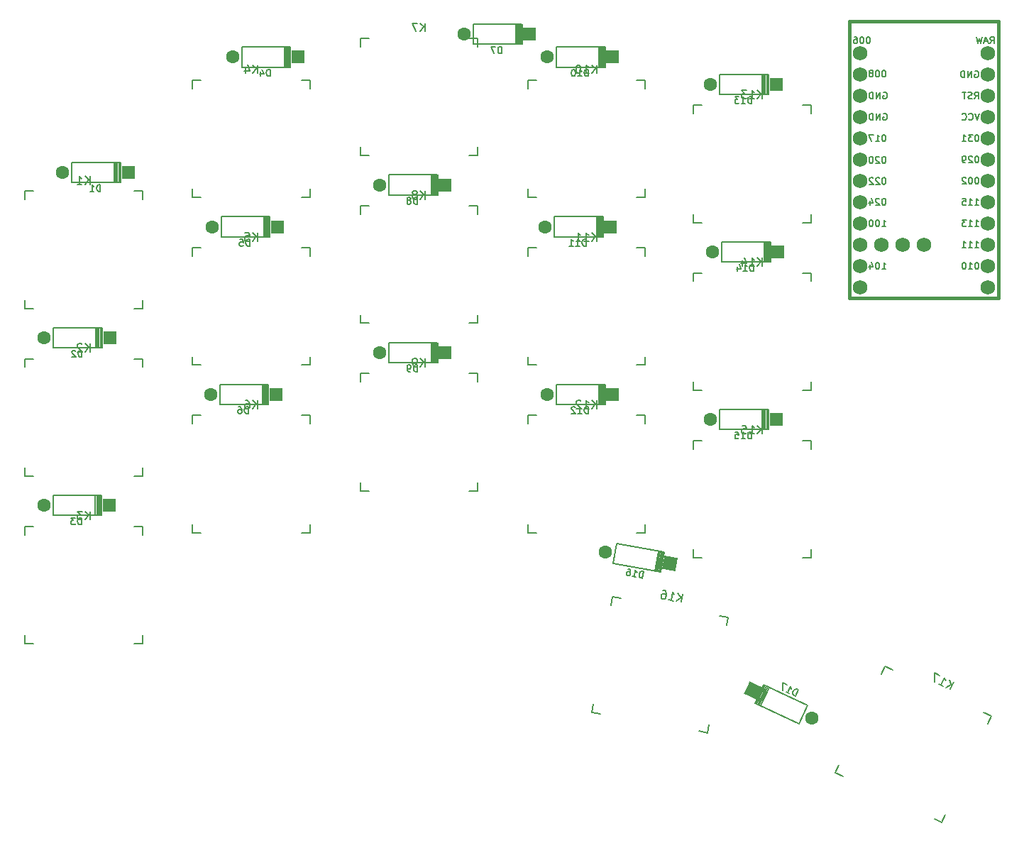
<source format=gbr>
%TF.GenerationSoftware,KiCad,Pcbnew,9.0.2*%
%TF.CreationDate,2025-05-24T14:32:55-04:00*%
%TF.ProjectId,ErgoDecks,4572676f-4465-4636-9b73-2e6b69636164,rev?*%
%TF.SameCoordinates,Original*%
%TF.FileFunction,Legend,Bot*%
%TF.FilePolarity,Positive*%
%FSLAX46Y46*%
G04 Gerber Fmt 4.6, Leading zero omitted, Abs format (unit mm)*
G04 Created by KiCad (PCBNEW 9.0.2) date 2025-05-24 14:32:55*
%MOMM*%
%LPD*%
G01*
G04 APERTURE LIST*
G04 Aperture macros list*
%AMRotRect*
0 Rectangle, with rotation*
0 The origin of the aperture is its center*
0 $1 length*
0 $2 width*
0 $3 Rotation angle, in degrees counterclockwise*
0 Add horizontal line*
21,1,$1,$2,0,0,$3*%
G04 Aperture macros list end*
%ADD10C,0.150000*%
%ADD11C,0.381000*%
%ADD12C,0.200000*%
%ADD13C,1.752600*%
%ADD14R,1.600000X1.600000*%
%ADD15C,1.600000*%
%ADD16RotRect,1.600000X1.600000X170.000000*%
%ADD17RotRect,1.600000X1.600000X335.000000*%
G04 APERTURE END LIST*
D10*
X108364285Y-101949819D02*
X108364285Y-100949819D01*
X107792857Y-101949819D02*
X108221428Y-101378390D01*
X107792857Y-100949819D02*
X108364285Y-101521247D01*
X106840476Y-101949819D02*
X107411904Y-101949819D01*
X107126190Y-101949819D02*
X107126190Y-100949819D01*
X107126190Y-100949819D02*
X107221428Y-101092676D01*
X107221428Y-101092676D02*
X107316666Y-101187914D01*
X107316666Y-101187914D02*
X107411904Y-101235533D01*
X105935714Y-100949819D02*
X106411904Y-100949819D01*
X106411904Y-100949819D02*
X106459523Y-101426009D01*
X106459523Y-101426009D02*
X106411904Y-101378390D01*
X106411904Y-101378390D02*
X106316666Y-101330771D01*
X106316666Y-101330771D02*
X106078571Y-101330771D01*
X106078571Y-101330771D02*
X105983333Y-101378390D01*
X105983333Y-101378390D02*
X105935714Y-101426009D01*
X105935714Y-101426009D02*
X105888095Y-101521247D01*
X105888095Y-101521247D02*
X105888095Y-101759342D01*
X105888095Y-101759342D02*
X105935714Y-101854580D01*
X105935714Y-101854580D02*
X105983333Y-101902200D01*
X105983333Y-101902200D02*
X106078571Y-101949819D01*
X106078571Y-101949819D02*
X106316666Y-101949819D01*
X106316666Y-101949819D02*
X106411904Y-101902200D01*
X106411904Y-101902200D02*
X106459523Y-101854580D01*
X28138094Y-72199819D02*
X28138094Y-71199819D01*
X27566666Y-72199819D02*
X27995237Y-71628390D01*
X27566666Y-71199819D02*
X28138094Y-71771247D01*
X26614285Y-72199819D02*
X27185713Y-72199819D01*
X26899999Y-72199819D02*
X26899999Y-71199819D01*
X26899999Y-71199819D02*
X26995237Y-71342676D01*
X26995237Y-71342676D02*
X27090475Y-71437914D01*
X27090475Y-71437914D02*
X27185713Y-71485533D01*
X130797015Y-132443814D02*
X131219634Y-131537506D01*
X130279125Y-132202318D02*
X130909039Y-131865550D01*
X130701743Y-131296010D02*
X130978137Y-132055396D01*
X129415975Y-131799824D02*
X129933865Y-132041320D01*
X129674920Y-131920572D02*
X130097538Y-131014264D01*
X130097538Y-131014264D02*
X130123479Y-131183986D01*
X130123479Y-131183986D02*
X130169545Y-131310551D01*
X130169545Y-131310551D02*
X130235735Y-131393958D01*
X129536490Y-130752644D02*
X128932285Y-130470898D01*
X128932285Y-130470898D02*
X128898085Y-131558328D01*
X68138094Y-93949819D02*
X68138094Y-92949819D01*
X67566666Y-93949819D02*
X67995237Y-93378390D01*
X67566666Y-92949819D02*
X68138094Y-93521247D01*
X67090475Y-93949819D02*
X66899999Y-93949819D01*
X66899999Y-93949819D02*
X66804761Y-93902200D01*
X66804761Y-93902200D02*
X66757142Y-93854580D01*
X66757142Y-93854580D02*
X66661904Y-93711723D01*
X66661904Y-93711723D02*
X66614285Y-93521247D01*
X66614285Y-93521247D02*
X66614285Y-93140295D01*
X66614285Y-93140295D02*
X66661904Y-93045057D01*
X66661904Y-93045057D02*
X66709523Y-92997438D01*
X66709523Y-92997438D02*
X66804761Y-92949819D01*
X66804761Y-92949819D02*
X66995237Y-92949819D01*
X66995237Y-92949819D02*
X67090475Y-92997438D01*
X67090475Y-92997438D02*
X67138094Y-93045057D01*
X67138094Y-93045057D02*
X67185713Y-93140295D01*
X67185713Y-93140295D02*
X67185713Y-93378390D01*
X67185713Y-93378390D02*
X67138094Y-93473628D01*
X67138094Y-93473628D02*
X67090475Y-93521247D01*
X67090475Y-93521247D02*
X66995237Y-93568866D01*
X66995237Y-93568866D02*
X66804761Y-93568866D01*
X66804761Y-93568866D02*
X66709523Y-93521247D01*
X66709523Y-93521247D02*
X66661904Y-93473628D01*
X66661904Y-93473628D02*
X66614285Y-93378390D01*
X98700325Y-122029179D02*
X98873973Y-121044372D01*
X98137578Y-121929952D02*
X98658866Y-121441625D01*
X98311226Y-120945144D02*
X98774746Y-121607119D01*
X97199666Y-121764573D02*
X97762413Y-121863800D01*
X97481039Y-121814186D02*
X97654687Y-120829379D01*
X97654687Y-120829379D02*
X97723672Y-120986603D01*
X97723672Y-120986603D02*
X97800925Y-121096932D01*
X97800925Y-121096932D02*
X97886447Y-121160366D01*
X96529193Y-120630924D02*
X96716775Y-120663999D01*
X96716775Y-120663999D02*
X96802297Y-120727433D01*
X96802297Y-120727433D02*
X96840924Y-120782597D01*
X96840924Y-120782597D02*
X96909908Y-120939822D01*
X96909908Y-120939822D02*
X96923728Y-121135674D01*
X96923728Y-121135674D02*
X96857577Y-121510838D01*
X96857577Y-121510838D02*
X96794143Y-121596361D01*
X96794143Y-121596361D02*
X96738978Y-121634987D01*
X96738978Y-121634987D02*
X96636918Y-121665345D01*
X96636918Y-121665345D02*
X96449336Y-121632269D01*
X96449336Y-121632269D02*
X96363814Y-121568836D01*
X96363814Y-121568836D02*
X96325187Y-121513671D01*
X96325187Y-121513671D02*
X96294829Y-121411611D01*
X96294829Y-121411611D02*
X96336174Y-121177133D01*
X96336174Y-121177133D02*
X96399608Y-121091611D01*
X96399608Y-121091611D02*
X96454772Y-121052984D01*
X96454772Y-121052984D02*
X96556832Y-121022626D01*
X96556832Y-121022626D02*
X96744415Y-121055702D01*
X96744415Y-121055702D02*
X96829937Y-121119136D01*
X96829937Y-121119136D02*
X96868564Y-121174300D01*
X96868564Y-121174300D02*
X96898921Y-121276360D01*
X48138094Y-78949819D02*
X48138094Y-77949819D01*
X47566666Y-78949819D02*
X47995237Y-78378390D01*
X47566666Y-77949819D02*
X48138094Y-78521247D01*
X46661904Y-77949819D02*
X47138094Y-77949819D01*
X47138094Y-77949819D02*
X47185713Y-78426009D01*
X47185713Y-78426009D02*
X47138094Y-78378390D01*
X47138094Y-78378390D02*
X47042856Y-78330771D01*
X47042856Y-78330771D02*
X46804761Y-78330771D01*
X46804761Y-78330771D02*
X46709523Y-78378390D01*
X46709523Y-78378390D02*
X46661904Y-78426009D01*
X46661904Y-78426009D02*
X46614285Y-78521247D01*
X46614285Y-78521247D02*
X46614285Y-78759342D01*
X46614285Y-78759342D02*
X46661904Y-78854580D01*
X46661904Y-78854580D02*
X46709523Y-78902200D01*
X46709523Y-78902200D02*
X46804761Y-78949819D01*
X46804761Y-78949819D02*
X47042856Y-78949819D01*
X47042856Y-78949819D02*
X47138094Y-78902200D01*
X47138094Y-78902200D02*
X47185713Y-78854580D01*
X133987190Y-68792295D02*
X133911000Y-68792295D01*
X133911000Y-68792295D02*
X133834809Y-68830390D01*
X133834809Y-68830390D02*
X133796714Y-68868485D01*
X133796714Y-68868485D02*
X133758619Y-68944676D01*
X133758619Y-68944676D02*
X133720524Y-69097057D01*
X133720524Y-69097057D02*
X133720524Y-69287533D01*
X133720524Y-69287533D02*
X133758619Y-69439914D01*
X133758619Y-69439914D02*
X133796714Y-69516104D01*
X133796714Y-69516104D02*
X133834809Y-69554200D01*
X133834809Y-69554200D02*
X133911000Y-69592295D01*
X133911000Y-69592295D02*
X133987190Y-69592295D01*
X133987190Y-69592295D02*
X134063381Y-69554200D01*
X134063381Y-69554200D02*
X134101476Y-69516104D01*
X134101476Y-69516104D02*
X134139571Y-69439914D01*
X134139571Y-69439914D02*
X134177667Y-69287533D01*
X134177667Y-69287533D02*
X134177667Y-69097057D01*
X134177667Y-69097057D02*
X134139571Y-68944676D01*
X134139571Y-68944676D02*
X134101476Y-68868485D01*
X134101476Y-68868485D02*
X134063381Y-68830390D01*
X134063381Y-68830390D02*
X133987190Y-68792295D01*
X133415762Y-68868485D02*
X133377666Y-68830390D01*
X133377666Y-68830390D02*
X133301476Y-68792295D01*
X133301476Y-68792295D02*
X133111000Y-68792295D01*
X133111000Y-68792295D02*
X133034809Y-68830390D01*
X133034809Y-68830390D02*
X132996714Y-68868485D01*
X132996714Y-68868485D02*
X132958619Y-68944676D01*
X132958619Y-68944676D02*
X132958619Y-69020866D01*
X132958619Y-69020866D02*
X132996714Y-69135152D01*
X132996714Y-69135152D02*
X133453857Y-69592295D01*
X133453857Y-69592295D02*
X132958619Y-69592295D01*
X132577666Y-69592295D02*
X132425285Y-69592295D01*
X132425285Y-69592295D02*
X132349095Y-69554200D01*
X132349095Y-69554200D02*
X132310999Y-69516104D01*
X132310999Y-69516104D02*
X132234809Y-69401819D01*
X132234809Y-69401819D02*
X132196714Y-69249438D01*
X132196714Y-69249438D02*
X132196714Y-68944676D01*
X132196714Y-68944676D02*
X132234809Y-68868485D01*
X132234809Y-68868485D02*
X132272904Y-68830390D01*
X132272904Y-68830390D02*
X132349095Y-68792295D01*
X132349095Y-68792295D02*
X132501476Y-68792295D01*
X132501476Y-68792295D02*
X132577666Y-68830390D01*
X132577666Y-68830390D02*
X132615761Y-68868485D01*
X132615761Y-68868485D02*
X132653857Y-68944676D01*
X132653857Y-68944676D02*
X132653857Y-69135152D01*
X132653857Y-69135152D02*
X132615761Y-69211342D01*
X132615761Y-69211342D02*
X132577666Y-69249438D01*
X132577666Y-69249438D02*
X132501476Y-69287533D01*
X132501476Y-69287533D02*
X132349095Y-69287533D01*
X132349095Y-69287533D02*
X132272904Y-69249438D01*
X132272904Y-69249438D02*
X132234809Y-69211342D01*
X132234809Y-69211342D02*
X132196714Y-69135152D01*
X133720524Y-77212295D02*
X134177667Y-77212295D01*
X133949095Y-77212295D02*
X133949095Y-76412295D01*
X133949095Y-76412295D02*
X134025286Y-76526580D01*
X134025286Y-76526580D02*
X134101476Y-76602771D01*
X134101476Y-76602771D02*
X134177667Y-76640866D01*
X132958619Y-77212295D02*
X133415762Y-77212295D01*
X133187190Y-77212295D02*
X133187190Y-76412295D01*
X133187190Y-76412295D02*
X133263381Y-76526580D01*
X133263381Y-76526580D02*
X133339571Y-76602771D01*
X133339571Y-76602771D02*
X133415762Y-76640866D01*
X132691952Y-76412295D02*
X132196714Y-76412295D01*
X132196714Y-76412295D02*
X132463380Y-76717057D01*
X132463380Y-76717057D02*
X132349095Y-76717057D01*
X132349095Y-76717057D02*
X132272904Y-76755152D01*
X132272904Y-76755152D02*
X132234809Y-76793247D01*
X132234809Y-76793247D02*
X132196714Y-76869438D01*
X132196714Y-76869438D02*
X132196714Y-77059914D01*
X132196714Y-77059914D02*
X132234809Y-77136104D01*
X132234809Y-77136104D02*
X132272904Y-77174200D01*
X132272904Y-77174200D02*
X132349095Y-77212295D01*
X132349095Y-77212295D02*
X132577666Y-77212295D01*
X132577666Y-77212295D02*
X132653857Y-77174200D01*
X132653857Y-77174200D02*
X132691952Y-77136104D01*
X133987190Y-71332295D02*
X133911000Y-71332295D01*
X133911000Y-71332295D02*
X133834809Y-71370390D01*
X133834809Y-71370390D02*
X133796714Y-71408485D01*
X133796714Y-71408485D02*
X133758619Y-71484676D01*
X133758619Y-71484676D02*
X133720524Y-71637057D01*
X133720524Y-71637057D02*
X133720524Y-71827533D01*
X133720524Y-71827533D02*
X133758619Y-71979914D01*
X133758619Y-71979914D02*
X133796714Y-72056104D01*
X133796714Y-72056104D02*
X133834809Y-72094200D01*
X133834809Y-72094200D02*
X133911000Y-72132295D01*
X133911000Y-72132295D02*
X133987190Y-72132295D01*
X133987190Y-72132295D02*
X134063381Y-72094200D01*
X134063381Y-72094200D02*
X134101476Y-72056104D01*
X134101476Y-72056104D02*
X134139571Y-71979914D01*
X134139571Y-71979914D02*
X134177667Y-71827533D01*
X134177667Y-71827533D02*
X134177667Y-71637057D01*
X134177667Y-71637057D02*
X134139571Y-71484676D01*
X134139571Y-71484676D02*
X134101476Y-71408485D01*
X134101476Y-71408485D02*
X134063381Y-71370390D01*
X134063381Y-71370390D02*
X133987190Y-71332295D01*
X133225285Y-71332295D02*
X133149095Y-71332295D01*
X133149095Y-71332295D02*
X133072904Y-71370390D01*
X133072904Y-71370390D02*
X133034809Y-71408485D01*
X133034809Y-71408485D02*
X132996714Y-71484676D01*
X132996714Y-71484676D02*
X132958619Y-71637057D01*
X132958619Y-71637057D02*
X132958619Y-71827533D01*
X132958619Y-71827533D02*
X132996714Y-71979914D01*
X132996714Y-71979914D02*
X133034809Y-72056104D01*
X133034809Y-72056104D02*
X133072904Y-72094200D01*
X133072904Y-72094200D02*
X133149095Y-72132295D01*
X133149095Y-72132295D02*
X133225285Y-72132295D01*
X133225285Y-72132295D02*
X133301476Y-72094200D01*
X133301476Y-72094200D02*
X133339571Y-72056104D01*
X133339571Y-72056104D02*
X133377666Y-71979914D01*
X133377666Y-71979914D02*
X133415762Y-71827533D01*
X133415762Y-71827533D02*
X133415762Y-71637057D01*
X133415762Y-71637057D02*
X133377666Y-71484676D01*
X133377666Y-71484676D02*
X133339571Y-71408485D01*
X133339571Y-71408485D02*
X133301476Y-71370390D01*
X133301476Y-71370390D02*
X133225285Y-71332295D01*
X132653857Y-71408485D02*
X132615761Y-71370390D01*
X132615761Y-71370390D02*
X132539571Y-71332295D01*
X132539571Y-71332295D02*
X132349095Y-71332295D01*
X132349095Y-71332295D02*
X132272904Y-71370390D01*
X132272904Y-71370390D02*
X132234809Y-71408485D01*
X132234809Y-71408485D02*
X132196714Y-71484676D01*
X132196714Y-71484676D02*
X132196714Y-71560866D01*
X132196714Y-71560866D02*
X132234809Y-71675152D01*
X132234809Y-71675152D02*
X132691952Y-72132295D01*
X132691952Y-72132295D02*
X132196714Y-72132295D01*
X122912809Y-73862295D02*
X122836619Y-73862295D01*
X122836619Y-73862295D02*
X122760428Y-73900390D01*
X122760428Y-73900390D02*
X122722333Y-73938485D01*
X122722333Y-73938485D02*
X122684238Y-74014676D01*
X122684238Y-74014676D02*
X122646143Y-74167057D01*
X122646143Y-74167057D02*
X122646143Y-74357533D01*
X122646143Y-74357533D02*
X122684238Y-74509914D01*
X122684238Y-74509914D02*
X122722333Y-74586104D01*
X122722333Y-74586104D02*
X122760428Y-74624200D01*
X122760428Y-74624200D02*
X122836619Y-74662295D01*
X122836619Y-74662295D02*
X122912809Y-74662295D01*
X122912809Y-74662295D02*
X122989000Y-74624200D01*
X122989000Y-74624200D02*
X123027095Y-74586104D01*
X123027095Y-74586104D02*
X123065190Y-74509914D01*
X123065190Y-74509914D02*
X123103286Y-74357533D01*
X123103286Y-74357533D02*
X123103286Y-74167057D01*
X123103286Y-74167057D02*
X123065190Y-74014676D01*
X123065190Y-74014676D02*
X123027095Y-73938485D01*
X123027095Y-73938485D02*
X122989000Y-73900390D01*
X122989000Y-73900390D02*
X122912809Y-73862295D01*
X122341381Y-73938485D02*
X122303285Y-73900390D01*
X122303285Y-73900390D02*
X122227095Y-73862295D01*
X122227095Y-73862295D02*
X122036619Y-73862295D01*
X122036619Y-73862295D02*
X121960428Y-73900390D01*
X121960428Y-73900390D02*
X121922333Y-73938485D01*
X121922333Y-73938485D02*
X121884238Y-74014676D01*
X121884238Y-74014676D02*
X121884238Y-74090866D01*
X121884238Y-74090866D02*
X121922333Y-74205152D01*
X121922333Y-74205152D02*
X122379476Y-74662295D01*
X122379476Y-74662295D02*
X121884238Y-74662295D01*
X121198523Y-74128961D02*
X121198523Y-74662295D01*
X121388999Y-73824200D02*
X121579476Y-74395628D01*
X121579476Y-74395628D02*
X121084237Y-74395628D01*
X122798523Y-63750390D02*
X122874713Y-63712295D01*
X122874713Y-63712295D02*
X122988999Y-63712295D01*
X122988999Y-63712295D02*
X123103285Y-63750390D01*
X123103285Y-63750390D02*
X123179475Y-63826580D01*
X123179475Y-63826580D02*
X123217570Y-63902771D01*
X123217570Y-63902771D02*
X123255666Y-64055152D01*
X123255666Y-64055152D02*
X123255666Y-64169438D01*
X123255666Y-64169438D02*
X123217570Y-64321819D01*
X123217570Y-64321819D02*
X123179475Y-64398009D01*
X123179475Y-64398009D02*
X123103285Y-64474200D01*
X123103285Y-64474200D02*
X122988999Y-64512295D01*
X122988999Y-64512295D02*
X122912808Y-64512295D01*
X122912808Y-64512295D02*
X122798523Y-64474200D01*
X122798523Y-64474200D02*
X122760427Y-64436104D01*
X122760427Y-64436104D02*
X122760427Y-64169438D01*
X122760427Y-64169438D02*
X122912808Y-64169438D01*
X122417570Y-64512295D02*
X122417570Y-63712295D01*
X122417570Y-63712295D02*
X121960427Y-64512295D01*
X121960427Y-64512295D02*
X121960427Y-63712295D01*
X121579475Y-64512295D02*
X121579475Y-63712295D01*
X121579475Y-63712295D02*
X121388999Y-63712295D01*
X121388999Y-63712295D02*
X121274713Y-63750390D01*
X121274713Y-63750390D02*
X121198523Y-63826580D01*
X121198523Y-63826580D02*
X121160428Y-63902771D01*
X121160428Y-63902771D02*
X121122332Y-64055152D01*
X121122332Y-64055152D02*
X121122332Y-64169438D01*
X121122332Y-64169438D02*
X121160428Y-64321819D01*
X121160428Y-64321819D02*
X121198523Y-64398009D01*
X121198523Y-64398009D02*
X121274713Y-64474200D01*
X121274713Y-64474200D02*
X121388999Y-64512295D01*
X121388999Y-64512295D02*
X121579475Y-64512295D01*
X133987190Y-81492295D02*
X133911000Y-81492295D01*
X133911000Y-81492295D02*
X133834809Y-81530390D01*
X133834809Y-81530390D02*
X133796714Y-81568485D01*
X133796714Y-81568485D02*
X133758619Y-81644676D01*
X133758619Y-81644676D02*
X133720524Y-81797057D01*
X133720524Y-81797057D02*
X133720524Y-81987533D01*
X133720524Y-81987533D02*
X133758619Y-82139914D01*
X133758619Y-82139914D02*
X133796714Y-82216104D01*
X133796714Y-82216104D02*
X133834809Y-82254200D01*
X133834809Y-82254200D02*
X133911000Y-82292295D01*
X133911000Y-82292295D02*
X133987190Y-82292295D01*
X133987190Y-82292295D02*
X134063381Y-82254200D01*
X134063381Y-82254200D02*
X134101476Y-82216104D01*
X134101476Y-82216104D02*
X134139571Y-82139914D01*
X134139571Y-82139914D02*
X134177667Y-81987533D01*
X134177667Y-81987533D02*
X134177667Y-81797057D01*
X134177667Y-81797057D02*
X134139571Y-81644676D01*
X134139571Y-81644676D02*
X134101476Y-81568485D01*
X134101476Y-81568485D02*
X134063381Y-81530390D01*
X134063381Y-81530390D02*
X133987190Y-81492295D01*
X132958619Y-82292295D02*
X133415762Y-82292295D01*
X133187190Y-82292295D02*
X133187190Y-81492295D01*
X133187190Y-81492295D02*
X133263381Y-81606580D01*
X133263381Y-81606580D02*
X133339571Y-81682771D01*
X133339571Y-81682771D02*
X133415762Y-81720866D01*
X132463380Y-81492295D02*
X132387190Y-81492295D01*
X132387190Y-81492295D02*
X132310999Y-81530390D01*
X132310999Y-81530390D02*
X132272904Y-81568485D01*
X132272904Y-81568485D02*
X132234809Y-81644676D01*
X132234809Y-81644676D02*
X132196714Y-81797057D01*
X132196714Y-81797057D02*
X132196714Y-81987533D01*
X132196714Y-81987533D02*
X132234809Y-82139914D01*
X132234809Y-82139914D02*
X132272904Y-82216104D01*
X132272904Y-82216104D02*
X132310999Y-82254200D01*
X132310999Y-82254200D02*
X132387190Y-82292295D01*
X132387190Y-82292295D02*
X132463380Y-82292295D01*
X132463380Y-82292295D02*
X132539571Y-82254200D01*
X132539571Y-82254200D02*
X132577666Y-82216104D01*
X132577666Y-82216104D02*
X132615761Y-82139914D01*
X132615761Y-82139914D02*
X132653857Y-81987533D01*
X132653857Y-81987533D02*
X132653857Y-81797057D01*
X132653857Y-81797057D02*
X132615761Y-81644676D01*
X132615761Y-81644676D02*
X132577666Y-81568485D01*
X132577666Y-81568485D02*
X132539571Y-81530390D01*
X132539571Y-81530390D02*
X132463380Y-81492295D01*
X122798523Y-61210390D02*
X122874713Y-61172295D01*
X122874713Y-61172295D02*
X122988999Y-61172295D01*
X122988999Y-61172295D02*
X123103285Y-61210390D01*
X123103285Y-61210390D02*
X123179475Y-61286580D01*
X123179475Y-61286580D02*
X123217570Y-61362771D01*
X123217570Y-61362771D02*
X123255666Y-61515152D01*
X123255666Y-61515152D02*
X123255666Y-61629438D01*
X123255666Y-61629438D02*
X123217570Y-61781819D01*
X123217570Y-61781819D02*
X123179475Y-61858009D01*
X123179475Y-61858009D02*
X123103285Y-61934200D01*
X123103285Y-61934200D02*
X122988999Y-61972295D01*
X122988999Y-61972295D02*
X122912808Y-61972295D01*
X122912808Y-61972295D02*
X122798523Y-61934200D01*
X122798523Y-61934200D02*
X122760427Y-61896104D01*
X122760427Y-61896104D02*
X122760427Y-61629438D01*
X122760427Y-61629438D02*
X122912808Y-61629438D01*
X122417570Y-61972295D02*
X122417570Y-61172295D01*
X122417570Y-61172295D02*
X121960427Y-61972295D01*
X121960427Y-61972295D02*
X121960427Y-61172295D01*
X121579475Y-61972295D02*
X121579475Y-61172295D01*
X121579475Y-61172295D02*
X121388999Y-61172295D01*
X121388999Y-61172295D02*
X121274713Y-61210390D01*
X121274713Y-61210390D02*
X121198523Y-61286580D01*
X121198523Y-61286580D02*
X121160428Y-61362771D01*
X121160428Y-61362771D02*
X121122332Y-61515152D01*
X121122332Y-61515152D02*
X121122332Y-61629438D01*
X121122332Y-61629438D02*
X121160428Y-61781819D01*
X121160428Y-61781819D02*
X121198523Y-61858009D01*
X121198523Y-61858009D02*
X121274713Y-61934200D01*
X121274713Y-61934200D02*
X121388999Y-61972295D01*
X121388999Y-61972295D02*
X121579475Y-61972295D01*
X133720524Y-79752295D02*
X134177667Y-79752295D01*
X133949095Y-79752295D02*
X133949095Y-78952295D01*
X133949095Y-78952295D02*
X134025286Y-79066580D01*
X134025286Y-79066580D02*
X134101476Y-79142771D01*
X134101476Y-79142771D02*
X134177667Y-79180866D01*
X132958619Y-79752295D02*
X133415762Y-79752295D01*
X133187190Y-79752295D02*
X133187190Y-78952295D01*
X133187190Y-78952295D02*
X133263381Y-79066580D01*
X133263381Y-79066580D02*
X133339571Y-79142771D01*
X133339571Y-79142771D02*
X133415762Y-79180866D01*
X132196714Y-79752295D02*
X132653857Y-79752295D01*
X132425285Y-79752295D02*
X132425285Y-78952295D01*
X132425285Y-78952295D02*
X132501476Y-79066580D01*
X132501476Y-79066580D02*
X132577666Y-79142771D01*
X132577666Y-79142771D02*
X132653857Y-79180866D01*
X134253857Y-63712295D02*
X133987190Y-64512295D01*
X133987190Y-64512295D02*
X133720524Y-63712295D01*
X132996714Y-64436104D02*
X133034810Y-64474200D01*
X133034810Y-64474200D02*
X133149095Y-64512295D01*
X133149095Y-64512295D02*
X133225286Y-64512295D01*
X133225286Y-64512295D02*
X133339572Y-64474200D01*
X133339572Y-64474200D02*
X133415762Y-64398009D01*
X133415762Y-64398009D02*
X133453857Y-64321819D01*
X133453857Y-64321819D02*
X133491953Y-64169438D01*
X133491953Y-64169438D02*
X133491953Y-64055152D01*
X133491953Y-64055152D02*
X133453857Y-63902771D01*
X133453857Y-63902771D02*
X133415762Y-63826580D01*
X133415762Y-63826580D02*
X133339572Y-63750390D01*
X133339572Y-63750390D02*
X133225286Y-63712295D01*
X133225286Y-63712295D02*
X133149095Y-63712295D01*
X133149095Y-63712295D02*
X133034810Y-63750390D01*
X133034810Y-63750390D02*
X132996714Y-63788485D01*
X132196714Y-64436104D02*
X132234810Y-64474200D01*
X132234810Y-64474200D02*
X132349095Y-64512295D01*
X132349095Y-64512295D02*
X132425286Y-64512295D01*
X132425286Y-64512295D02*
X132539572Y-64474200D01*
X132539572Y-64474200D02*
X132615762Y-64398009D01*
X132615762Y-64398009D02*
X132653857Y-64321819D01*
X132653857Y-64321819D02*
X132691953Y-64169438D01*
X132691953Y-64169438D02*
X132691953Y-64055152D01*
X132691953Y-64055152D02*
X132653857Y-63902771D01*
X132653857Y-63902771D02*
X132615762Y-63826580D01*
X132615762Y-63826580D02*
X132539572Y-63750390D01*
X132539572Y-63750390D02*
X132425286Y-63712295D01*
X132425286Y-63712295D02*
X132349095Y-63712295D01*
X132349095Y-63712295D02*
X132234810Y-63750390D01*
X132234810Y-63750390D02*
X132196714Y-63788485D01*
X122912809Y-71362295D02*
X122836619Y-71362295D01*
X122836619Y-71362295D02*
X122760428Y-71400390D01*
X122760428Y-71400390D02*
X122722333Y-71438485D01*
X122722333Y-71438485D02*
X122684238Y-71514676D01*
X122684238Y-71514676D02*
X122646143Y-71667057D01*
X122646143Y-71667057D02*
X122646143Y-71857533D01*
X122646143Y-71857533D02*
X122684238Y-72009914D01*
X122684238Y-72009914D02*
X122722333Y-72086104D01*
X122722333Y-72086104D02*
X122760428Y-72124200D01*
X122760428Y-72124200D02*
X122836619Y-72162295D01*
X122836619Y-72162295D02*
X122912809Y-72162295D01*
X122912809Y-72162295D02*
X122989000Y-72124200D01*
X122989000Y-72124200D02*
X123027095Y-72086104D01*
X123027095Y-72086104D02*
X123065190Y-72009914D01*
X123065190Y-72009914D02*
X123103286Y-71857533D01*
X123103286Y-71857533D02*
X123103286Y-71667057D01*
X123103286Y-71667057D02*
X123065190Y-71514676D01*
X123065190Y-71514676D02*
X123027095Y-71438485D01*
X123027095Y-71438485D02*
X122989000Y-71400390D01*
X122989000Y-71400390D02*
X122912809Y-71362295D01*
X122341381Y-71438485D02*
X122303285Y-71400390D01*
X122303285Y-71400390D02*
X122227095Y-71362295D01*
X122227095Y-71362295D02*
X122036619Y-71362295D01*
X122036619Y-71362295D02*
X121960428Y-71400390D01*
X121960428Y-71400390D02*
X121922333Y-71438485D01*
X121922333Y-71438485D02*
X121884238Y-71514676D01*
X121884238Y-71514676D02*
X121884238Y-71590866D01*
X121884238Y-71590866D02*
X121922333Y-71705152D01*
X121922333Y-71705152D02*
X122379476Y-72162295D01*
X122379476Y-72162295D02*
X121884238Y-72162295D01*
X121579476Y-71438485D02*
X121541380Y-71400390D01*
X121541380Y-71400390D02*
X121465190Y-71362295D01*
X121465190Y-71362295D02*
X121274714Y-71362295D01*
X121274714Y-71362295D02*
X121198523Y-71400390D01*
X121198523Y-71400390D02*
X121160428Y-71438485D01*
X121160428Y-71438485D02*
X121122333Y-71514676D01*
X121122333Y-71514676D02*
X121122333Y-71590866D01*
X121122333Y-71590866D02*
X121160428Y-71705152D01*
X121160428Y-71705152D02*
X121617571Y-72162295D01*
X121617571Y-72162295D02*
X121122333Y-72162295D01*
X122912809Y-66252295D02*
X122836619Y-66252295D01*
X122836619Y-66252295D02*
X122760428Y-66290390D01*
X122760428Y-66290390D02*
X122722333Y-66328485D01*
X122722333Y-66328485D02*
X122684238Y-66404676D01*
X122684238Y-66404676D02*
X122646143Y-66557057D01*
X122646143Y-66557057D02*
X122646143Y-66747533D01*
X122646143Y-66747533D02*
X122684238Y-66899914D01*
X122684238Y-66899914D02*
X122722333Y-66976104D01*
X122722333Y-66976104D02*
X122760428Y-67014200D01*
X122760428Y-67014200D02*
X122836619Y-67052295D01*
X122836619Y-67052295D02*
X122912809Y-67052295D01*
X122912809Y-67052295D02*
X122989000Y-67014200D01*
X122989000Y-67014200D02*
X123027095Y-66976104D01*
X123027095Y-66976104D02*
X123065190Y-66899914D01*
X123065190Y-66899914D02*
X123103286Y-66747533D01*
X123103286Y-66747533D02*
X123103286Y-66557057D01*
X123103286Y-66557057D02*
X123065190Y-66404676D01*
X123065190Y-66404676D02*
X123027095Y-66328485D01*
X123027095Y-66328485D02*
X122989000Y-66290390D01*
X122989000Y-66290390D02*
X122912809Y-66252295D01*
X121884238Y-67052295D02*
X122341381Y-67052295D01*
X122112809Y-67052295D02*
X122112809Y-66252295D01*
X122112809Y-66252295D02*
X122189000Y-66366580D01*
X122189000Y-66366580D02*
X122265190Y-66442771D01*
X122265190Y-66442771D02*
X122341381Y-66480866D01*
X121617571Y-66252295D02*
X121084237Y-66252295D01*
X121084237Y-66252295D02*
X121427095Y-67052295D01*
X133676094Y-61972295D02*
X133942761Y-61591342D01*
X134133237Y-61972295D02*
X134133237Y-61172295D01*
X134133237Y-61172295D02*
X133828475Y-61172295D01*
X133828475Y-61172295D02*
X133752285Y-61210390D01*
X133752285Y-61210390D02*
X133714190Y-61248485D01*
X133714190Y-61248485D02*
X133676094Y-61324676D01*
X133676094Y-61324676D02*
X133676094Y-61438961D01*
X133676094Y-61438961D02*
X133714190Y-61515152D01*
X133714190Y-61515152D02*
X133752285Y-61553247D01*
X133752285Y-61553247D02*
X133828475Y-61591342D01*
X133828475Y-61591342D02*
X134133237Y-61591342D01*
X133371333Y-61934200D02*
X133257047Y-61972295D01*
X133257047Y-61972295D02*
X133066571Y-61972295D01*
X133066571Y-61972295D02*
X132990380Y-61934200D01*
X132990380Y-61934200D02*
X132952285Y-61896104D01*
X132952285Y-61896104D02*
X132914190Y-61819914D01*
X132914190Y-61819914D02*
X132914190Y-61743723D01*
X132914190Y-61743723D02*
X132952285Y-61667533D01*
X132952285Y-61667533D02*
X132990380Y-61629438D01*
X132990380Y-61629438D02*
X133066571Y-61591342D01*
X133066571Y-61591342D02*
X133218952Y-61553247D01*
X133218952Y-61553247D02*
X133295142Y-61515152D01*
X133295142Y-61515152D02*
X133333237Y-61477057D01*
X133333237Y-61477057D02*
X133371333Y-61400866D01*
X133371333Y-61400866D02*
X133371333Y-61324676D01*
X133371333Y-61324676D02*
X133333237Y-61248485D01*
X133333237Y-61248485D02*
X133295142Y-61210390D01*
X133295142Y-61210390D02*
X133218952Y-61172295D01*
X133218952Y-61172295D02*
X133028475Y-61172295D01*
X133028475Y-61172295D02*
X132914190Y-61210390D01*
X132685618Y-61172295D02*
X132228475Y-61172295D01*
X132457047Y-61972295D02*
X132457047Y-61172295D01*
X122646143Y-82292295D02*
X123103286Y-82292295D01*
X122874714Y-82292295D02*
X122874714Y-81492295D01*
X122874714Y-81492295D02*
X122950905Y-81606580D01*
X122950905Y-81606580D02*
X123027095Y-81682771D01*
X123027095Y-81682771D02*
X123103286Y-81720866D01*
X122150904Y-81492295D02*
X122074714Y-81492295D01*
X122074714Y-81492295D02*
X121998523Y-81530390D01*
X121998523Y-81530390D02*
X121960428Y-81568485D01*
X121960428Y-81568485D02*
X121922333Y-81644676D01*
X121922333Y-81644676D02*
X121884238Y-81797057D01*
X121884238Y-81797057D02*
X121884238Y-81987533D01*
X121884238Y-81987533D02*
X121922333Y-82139914D01*
X121922333Y-82139914D02*
X121960428Y-82216104D01*
X121960428Y-82216104D02*
X121998523Y-82254200D01*
X121998523Y-82254200D02*
X122074714Y-82292295D01*
X122074714Y-82292295D02*
X122150904Y-82292295D01*
X122150904Y-82292295D02*
X122227095Y-82254200D01*
X122227095Y-82254200D02*
X122265190Y-82216104D01*
X122265190Y-82216104D02*
X122303285Y-82139914D01*
X122303285Y-82139914D02*
X122341381Y-81987533D01*
X122341381Y-81987533D02*
X122341381Y-81797057D01*
X122341381Y-81797057D02*
X122303285Y-81644676D01*
X122303285Y-81644676D02*
X122265190Y-81568485D01*
X122265190Y-81568485D02*
X122227095Y-81530390D01*
X122227095Y-81530390D02*
X122150904Y-81492295D01*
X121198523Y-81758961D02*
X121198523Y-82292295D01*
X121388999Y-81454200D02*
X121579476Y-82025628D01*
X121579476Y-82025628D02*
X121084237Y-82025628D01*
X135552380Y-55362295D02*
X135819047Y-54981342D01*
X136009523Y-55362295D02*
X136009523Y-54562295D01*
X136009523Y-54562295D02*
X135704761Y-54562295D01*
X135704761Y-54562295D02*
X135628571Y-54600390D01*
X135628571Y-54600390D02*
X135590476Y-54638485D01*
X135590476Y-54638485D02*
X135552380Y-54714676D01*
X135552380Y-54714676D02*
X135552380Y-54828961D01*
X135552380Y-54828961D02*
X135590476Y-54905152D01*
X135590476Y-54905152D02*
X135628571Y-54943247D01*
X135628571Y-54943247D02*
X135704761Y-54981342D01*
X135704761Y-54981342D02*
X136009523Y-54981342D01*
X135247619Y-55133723D02*
X134866666Y-55133723D01*
X135323809Y-55362295D02*
X135057142Y-54562295D01*
X135057142Y-54562295D02*
X134790476Y-55362295D01*
X134600000Y-54562295D02*
X134409524Y-55362295D01*
X134409524Y-55362295D02*
X134257143Y-54790866D01*
X134257143Y-54790866D02*
X134104762Y-55362295D01*
X134104762Y-55362295D02*
X133914286Y-54562295D01*
X121049999Y-54562295D02*
X120973809Y-54562295D01*
X120973809Y-54562295D02*
X120897618Y-54600390D01*
X120897618Y-54600390D02*
X120859523Y-54638485D01*
X120859523Y-54638485D02*
X120821428Y-54714676D01*
X120821428Y-54714676D02*
X120783333Y-54867057D01*
X120783333Y-54867057D02*
X120783333Y-55057533D01*
X120783333Y-55057533D02*
X120821428Y-55209914D01*
X120821428Y-55209914D02*
X120859523Y-55286104D01*
X120859523Y-55286104D02*
X120897618Y-55324200D01*
X120897618Y-55324200D02*
X120973809Y-55362295D01*
X120973809Y-55362295D02*
X121049999Y-55362295D01*
X121049999Y-55362295D02*
X121126190Y-55324200D01*
X121126190Y-55324200D02*
X121164285Y-55286104D01*
X121164285Y-55286104D02*
X121202380Y-55209914D01*
X121202380Y-55209914D02*
X121240476Y-55057533D01*
X121240476Y-55057533D02*
X121240476Y-54867057D01*
X121240476Y-54867057D02*
X121202380Y-54714676D01*
X121202380Y-54714676D02*
X121164285Y-54638485D01*
X121164285Y-54638485D02*
X121126190Y-54600390D01*
X121126190Y-54600390D02*
X121049999Y-54562295D01*
X120288094Y-54562295D02*
X120211904Y-54562295D01*
X120211904Y-54562295D02*
X120135713Y-54600390D01*
X120135713Y-54600390D02*
X120097618Y-54638485D01*
X120097618Y-54638485D02*
X120059523Y-54714676D01*
X120059523Y-54714676D02*
X120021428Y-54867057D01*
X120021428Y-54867057D02*
X120021428Y-55057533D01*
X120021428Y-55057533D02*
X120059523Y-55209914D01*
X120059523Y-55209914D02*
X120097618Y-55286104D01*
X120097618Y-55286104D02*
X120135713Y-55324200D01*
X120135713Y-55324200D02*
X120211904Y-55362295D01*
X120211904Y-55362295D02*
X120288094Y-55362295D01*
X120288094Y-55362295D02*
X120364285Y-55324200D01*
X120364285Y-55324200D02*
X120402380Y-55286104D01*
X120402380Y-55286104D02*
X120440475Y-55209914D01*
X120440475Y-55209914D02*
X120478571Y-55057533D01*
X120478571Y-55057533D02*
X120478571Y-54867057D01*
X120478571Y-54867057D02*
X120440475Y-54714676D01*
X120440475Y-54714676D02*
X120402380Y-54638485D01*
X120402380Y-54638485D02*
X120364285Y-54600390D01*
X120364285Y-54600390D02*
X120288094Y-54562295D01*
X119335713Y-54562295D02*
X119488094Y-54562295D01*
X119488094Y-54562295D02*
X119564285Y-54600390D01*
X119564285Y-54600390D02*
X119602380Y-54638485D01*
X119602380Y-54638485D02*
X119678570Y-54752771D01*
X119678570Y-54752771D02*
X119716666Y-54905152D01*
X119716666Y-54905152D02*
X119716666Y-55209914D01*
X119716666Y-55209914D02*
X119678570Y-55286104D01*
X119678570Y-55286104D02*
X119640475Y-55324200D01*
X119640475Y-55324200D02*
X119564285Y-55362295D01*
X119564285Y-55362295D02*
X119411904Y-55362295D01*
X119411904Y-55362295D02*
X119335713Y-55324200D01*
X119335713Y-55324200D02*
X119297618Y-55286104D01*
X119297618Y-55286104D02*
X119259523Y-55209914D01*
X119259523Y-55209914D02*
X119259523Y-55019438D01*
X119259523Y-55019438D02*
X119297618Y-54943247D01*
X119297618Y-54943247D02*
X119335713Y-54905152D01*
X119335713Y-54905152D02*
X119411904Y-54867057D01*
X119411904Y-54867057D02*
X119564285Y-54867057D01*
X119564285Y-54867057D02*
X119640475Y-54905152D01*
X119640475Y-54905152D02*
X119678570Y-54943247D01*
X119678570Y-54943247D02*
X119716666Y-55019438D01*
X133987190Y-66252295D02*
X133911000Y-66252295D01*
X133911000Y-66252295D02*
X133834809Y-66290390D01*
X133834809Y-66290390D02*
X133796714Y-66328485D01*
X133796714Y-66328485D02*
X133758619Y-66404676D01*
X133758619Y-66404676D02*
X133720524Y-66557057D01*
X133720524Y-66557057D02*
X133720524Y-66747533D01*
X133720524Y-66747533D02*
X133758619Y-66899914D01*
X133758619Y-66899914D02*
X133796714Y-66976104D01*
X133796714Y-66976104D02*
X133834809Y-67014200D01*
X133834809Y-67014200D02*
X133911000Y-67052295D01*
X133911000Y-67052295D02*
X133987190Y-67052295D01*
X133987190Y-67052295D02*
X134063381Y-67014200D01*
X134063381Y-67014200D02*
X134101476Y-66976104D01*
X134101476Y-66976104D02*
X134139571Y-66899914D01*
X134139571Y-66899914D02*
X134177667Y-66747533D01*
X134177667Y-66747533D02*
X134177667Y-66557057D01*
X134177667Y-66557057D02*
X134139571Y-66404676D01*
X134139571Y-66404676D02*
X134101476Y-66328485D01*
X134101476Y-66328485D02*
X134063381Y-66290390D01*
X134063381Y-66290390D02*
X133987190Y-66252295D01*
X133453857Y-66252295D02*
X132958619Y-66252295D01*
X132958619Y-66252295D02*
X133225285Y-66557057D01*
X133225285Y-66557057D02*
X133111000Y-66557057D01*
X133111000Y-66557057D02*
X133034809Y-66595152D01*
X133034809Y-66595152D02*
X132996714Y-66633247D01*
X132996714Y-66633247D02*
X132958619Y-66709438D01*
X132958619Y-66709438D02*
X132958619Y-66899914D01*
X132958619Y-66899914D02*
X132996714Y-66976104D01*
X132996714Y-66976104D02*
X133034809Y-67014200D01*
X133034809Y-67014200D02*
X133111000Y-67052295D01*
X133111000Y-67052295D02*
X133339571Y-67052295D01*
X133339571Y-67052295D02*
X133415762Y-67014200D01*
X133415762Y-67014200D02*
X133453857Y-66976104D01*
X132196714Y-67052295D02*
X132653857Y-67052295D01*
X132425285Y-67052295D02*
X132425285Y-66252295D01*
X132425285Y-66252295D02*
X132501476Y-66366580D01*
X132501476Y-66366580D02*
X132577666Y-66442771D01*
X132577666Y-66442771D02*
X132653857Y-66480866D01*
X122912808Y-58562295D02*
X122836618Y-58562295D01*
X122836618Y-58562295D02*
X122760427Y-58600390D01*
X122760427Y-58600390D02*
X122722332Y-58638485D01*
X122722332Y-58638485D02*
X122684237Y-58714676D01*
X122684237Y-58714676D02*
X122646142Y-58867057D01*
X122646142Y-58867057D02*
X122646142Y-59057533D01*
X122646142Y-59057533D02*
X122684237Y-59209914D01*
X122684237Y-59209914D02*
X122722332Y-59286104D01*
X122722332Y-59286104D02*
X122760427Y-59324200D01*
X122760427Y-59324200D02*
X122836618Y-59362295D01*
X122836618Y-59362295D02*
X122912808Y-59362295D01*
X122912808Y-59362295D02*
X122988999Y-59324200D01*
X122988999Y-59324200D02*
X123027094Y-59286104D01*
X123027094Y-59286104D02*
X123065189Y-59209914D01*
X123065189Y-59209914D02*
X123103285Y-59057533D01*
X123103285Y-59057533D02*
X123103285Y-58867057D01*
X123103285Y-58867057D02*
X123065189Y-58714676D01*
X123065189Y-58714676D02*
X123027094Y-58638485D01*
X123027094Y-58638485D02*
X122988999Y-58600390D01*
X122988999Y-58600390D02*
X122912808Y-58562295D01*
X122150903Y-58562295D02*
X122074713Y-58562295D01*
X122074713Y-58562295D02*
X121998522Y-58600390D01*
X121998522Y-58600390D02*
X121960427Y-58638485D01*
X121960427Y-58638485D02*
X121922332Y-58714676D01*
X121922332Y-58714676D02*
X121884237Y-58867057D01*
X121884237Y-58867057D02*
X121884237Y-59057533D01*
X121884237Y-59057533D02*
X121922332Y-59209914D01*
X121922332Y-59209914D02*
X121960427Y-59286104D01*
X121960427Y-59286104D02*
X121998522Y-59324200D01*
X121998522Y-59324200D02*
X122074713Y-59362295D01*
X122074713Y-59362295D02*
X122150903Y-59362295D01*
X122150903Y-59362295D02*
X122227094Y-59324200D01*
X122227094Y-59324200D02*
X122265189Y-59286104D01*
X122265189Y-59286104D02*
X122303284Y-59209914D01*
X122303284Y-59209914D02*
X122341380Y-59057533D01*
X122341380Y-59057533D02*
X122341380Y-58867057D01*
X122341380Y-58867057D02*
X122303284Y-58714676D01*
X122303284Y-58714676D02*
X122265189Y-58638485D01*
X122265189Y-58638485D02*
X122227094Y-58600390D01*
X122227094Y-58600390D02*
X122150903Y-58562295D01*
X121427094Y-58905152D02*
X121503284Y-58867057D01*
X121503284Y-58867057D02*
X121541379Y-58828961D01*
X121541379Y-58828961D02*
X121579475Y-58752771D01*
X121579475Y-58752771D02*
X121579475Y-58714676D01*
X121579475Y-58714676D02*
X121541379Y-58638485D01*
X121541379Y-58638485D02*
X121503284Y-58600390D01*
X121503284Y-58600390D02*
X121427094Y-58562295D01*
X121427094Y-58562295D02*
X121274713Y-58562295D01*
X121274713Y-58562295D02*
X121198522Y-58600390D01*
X121198522Y-58600390D02*
X121160427Y-58638485D01*
X121160427Y-58638485D02*
X121122332Y-58714676D01*
X121122332Y-58714676D02*
X121122332Y-58752771D01*
X121122332Y-58752771D02*
X121160427Y-58828961D01*
X121160427Y-58828961D02*
X121198522Y-58867057D01*
X121198522Y-58867057D02*
X121274713Y-58905152D01*
X121274713Y-58905152D02*
X121427094Y-58905152D01*
X121427094Y-58905152D02*
X121503284Y-58943247D01*
X121503284Y-58943247D02*
X121541379Y-58981342D01*
X121541379Y-58981342D02*
X121579475Y-59057533D01*
X121579475Y-59057533D02*
X121579475Y-59209914D01*
X121579475Y-59209914D02*
X121541379Y-59286104D01*
X121541379Y-59286104D02*
X121503284Y-59324200D01*
X121503284Y-59324200D02*
X121427094Y-59362295D01*
X121427094Y-59362295D02*
X121274713Y-59362295D01*
X121274713Y-59362295D02*
X121198522Y-59324200D01*
X121198522Y-59324200D02*
X121160427Y-59286104D01*
X121160427Y-59286104D02*
X121122332Y-59209914D01*
X121122332Y-59209914D02*
X121122332Y-59057533D01*
X121122332Y-59057533D02*
X121160427Y-58981342D01*
X121160427Y-58981342D02*
X121198522Y-58943247D01*
X121198522Y-58943247D02*
X121274713Y-58905152D01*
X122646142Y-77212295D02*
X123103285Y-77212295D01*
X122874713Y-77212295D02*
X122874713Y-76412295D01*
X122874713Y-76412295D02*
X122950904Y-76526580D01*
X122950904Y-76526580D02*
X123027094Y-76602771D01*
X123027094Y-76602771D02*
X123103285Y-76640866D01*
X122150903Y-76412295D02*
X122074713Y-76412295D01*
X122074713Y-76412295D02*
X121998522Y-76450390D01*
X121998522Y-76450390D02*
X121960427Y-76488485D01*
X121960427Y-76488485D02*
X121922332Y-76564676D01*
X121922332Y-76564676D02*
X121884237Y-76717057D01*
X121884237Y-76717057D02*
X121884237Y-76907533D01*
X121884237Y-76907533D02*
X121922332Y-77059914D01*
X121922332Y-77059914D02*
X121960427Y-77136104D01*
X121960427Y-77136104D02*
X121998522Y-77174200D01*
X121998522Y-77174200D02*
X122074713Y-77212295D01*
X122074713Y-77212295D02*
X122150903Y-77212295D01*
X122150903Y-77212295D02*
X122227094Y-77174200D01*
X122227094Y-77174200D02*
X122265189Y-77136104D01*
X122265189Y-77136104D02*
X122303284Y-77059914D01*
X122303284Y-77059914D02*
X122341380Y-76907533D01*
X122341380Y-76907533D02*
X122341380Y-76717057D01*
X122341380Y-76717057D02*
X122303284Y-76564676D01*
X122303284Y-76564676D02*
X122265189Y-76488485D01*
X122265189Y-76488485D02*
X122227094Y-76450390D01*
X122227094Y-76450390D02*
X122150903Y-76412295D01*
X121388998Y-76412295D02*
X121312808Y-76412295D01*
X121312808Y-76412295D02*
X121236617Y-76450390D01*
X121236617Y-76450390D02*
X121198522Y-76488485D01*
X121198522Y-76488485D02*
X121160427Y-76564676D01*
X121160427Y-76564676D02*
X121122332Y-76717057D01*
X121122332Y-76717057D02*
X121122332Y-76907533D01*
X121122332Y-76907533D02*
X121160427Y-77059914D01*
X121160427Y-77059914D02*
X121198522Y-77136104D01*
X121198522Y-77136104D02*
X121236617Y-77174200D01*
X121236617Y-77174200D02*
X121312808Y-77212295D01*
X121312808Y-77212295D02*
X121388998Y-77212295D01*
X121388998Y-77212295D02*
X121465189Y-77174200D01*
X121465189Y-77174200D02*
X121503284Y-77136104D01*
X121503284Y-77136104D02*
X121541379Y-77059914D01*
X121541379Y-77059914D02*
X121579475Y-76907533D01*
X121579475Y-76907533D02*
X121579475Y-76717057D01*
X121579475Y-76717057D02*
X121541379Y-76564676D01*
X121541379Y-76564676D02*
X121503284Y-76488485D01*
X121503284Y-76488485D02*
X121465189Y-76450390D01*
X121465189Y-76450390D02*
X121388998Y-76412295D01*
X122912809Y-68862294D02*
X122836619Y-68862294D01*
X122836619Y-68862294D02*
X122760428Y-68900389D01*
X122760428Y-68900389D02*
X122722333Y-68938484D01*
X122722333Y-68938484D02*
X122684238Y-69014675D01*
X122684238Y-69014675D02*
X122646143Y-69167056D01*
X122646143Y-69167056D02*
X122646143Y-69357532D01*
X122646143Y-69357532D02*
X122684238Y-69509913D01*
X122684238Y-69509913D02*
X122722333Y-69586103D01*
X122722333Y-69586103D02*
X122760428Y-69624199D01*
X122760428Y-69624199D02*
X122836619Y-69662294D01*
X122836619Y-69662294D02*
X122912809Y-69662294D01*
X122912809Y-69662294D02*
X122989000Y-69624199D01*
X122989000Y-69624199D02*
X123027095Y-69586103D01*
X123027095Y-69586103D02*
X123065190Y-69509913D01*
X123065190Y-69509913D02*
X123103286Y-69357532D01*
X123103286Y-69357532D02*
X123103286Y-69167056D01*
X123103286Y-69167056D02*
X123065190Y-69014675D01*
X123065190Y-69014675D02*
X123027095Y-68938484D01*
X123027095Y-68938484D02*
X122989000Y-68900389D01*
X122989000Y-68900389D02*
X122912809Y-68862294D01*
X122341381Y-68938484D02*
X122303285Y-68900389D01*
X122303285Y-68900389D02*
X122227095Y-68862294D01*
X122227095Y-68862294D02*
X122036619Y-68862294D01*
X122036619Y-68862294D02*
X121960428Y-68900389D01*
X121960428Y-68900389D02*
X121922333Y-68938484D01*
X121922333Y-68938484D02*
X121884238Y-69014675D01*
X121884238Y-69014675D02*
X121884238Y-69090865D01*
X121884238Y-69090865D02*
X121922333Y-69205151D01*
X121922333Y-69205151D02*
X122379476Y-69662294D01*
X122379476Y-69662294D02*
X121884238Y-69662294D01*
X121388999Y-68862294D02*
X121312809Y-68862294D01*
X121312809Y-68862294D02*
X121236618Y-68900389D01*
X121236618Y-68900389D02*
X121198523Y-68938484D01*
X121198523Y-68938484D02*
X121160428Y-69014675D01*
X121160428Y-69014675D02*
X121122333Y-69167056D01*
X121122333Y-69167056D02*
X121122333Y-69357532D01*
X121122333Y-69357532D02*
X121160428Y-69509913D01*
X121160428Y-69509913D02*
X121198523Y-69586103D01*
X121198523Y-69586103D02*
X121236618Y-69624199D01*
X121236618Y-69624199D02*
X121312809Y-69662294D01*
X121312809Y-69662294D02*
X121388999Y-69662294D01*
X121388999Y-69662294D02*
X121465190Y-69624199D01*
X121465190Y-69624199D02*
X121503285Y-69586103D01*
X121503285Y-69586103D02*
X121541380Y-69509913D01*
X121541380Y-69509913D02*
X121579476Y-69357532D01*
X121579476Y-69357532D02*
X121579476Y-69167056D01*
X121579476Y-69167056D02*
X121541380Y-69014675D01*
X121541380Y-69014675D02*
X121503285Y-68938484D01*
X121503285Y-68938484D02*
X121465190Y-68900389D01*
X121465190Y-68900389D02*
X121388999Y-68862294D01*
X133714191Y-58670390D02*
X133790381Y-58632295D01*
X133790381Y-58632295D02*
X133904667Y-58632295D01*
X133904667Y-58632295D02*
X134018953Y-58670390D01*
X134018953Y-58670390D02*
X134095143Y-58746580D01*
X134095143Y-58746580D02*
X134133238Y-58822771D01*
X134133238Y-58822771D02*
X134171334Y-58975152D01*
X134171334Y-58975152D02*
X134171334Y-59089438D01*
X134171334Y-59089438D02*
X134133238Y-59241819D01*
X134133238Y-59241819D02*
X134095143Y-59318009D01*
X134095143Y-59318009D02*
X134018953Y-59394200D01*
X134018953Y-59394200D02*
X133904667Y-59432295D01*
X133904667Y-59432295D02*
X133828476Y-59432295D01*
X133828476Y-59432295D02*
X133714191Y-59394200D01*
X133714191Y-59394200D02*
X133676095Y-59356104D01*
X133676095Y-59356104D02*
X133676095Y-59089438D01*
X133676095Y-59089438D02*
X133828476Y-59089438D01*
X133333238Y-59432295D02*
X133333238Y-58632295D01*
X133333238Y-58632295D02*
X132876095Y-59432295D01*
X132876095Y-59432295D02*
X132876095Y-58632295D01*
X132495143Y-59432295D02*
X132495143Y-58632295D01*
X132495143Y-58632295D02*
X132304667Y-58632295D01*
X132304667Y-58632295D02*
X132190381Y-58670390D01*
X132190381Y-58670390D02*
X132114191Y-58746580D01*
X132114191Y-58746580D02*
X132076096Y-58822771D01*
X132076096Y-58822771D02*
X132038000Y-58975152D01*
X132038000Y-58975152D02*
X132038000Y-59089438D01*
X132038000Y-59089438D02*
X132076096Y-59241819D01*
X132076096Y-59241819D02*
X132114191Y-59318009D01*
X132114191Y-59318009D02*
X132190381Y-59394200D01*
X132190381Y-59394200D02*
X132304667Y-59432295D01*
X132304667Y-59432295D02*
X132495143Y-59432295D01*
X133720524Y-74672295D02*
X134177667Y-74672295D01*
X133949095Y-74672295D02*
X133949095Y-73872295D01*
X133949095Y-73872295D02*
X134025286Y-73986580D01*
X134025286Y-73986580D02*
X134101476Y-74062771D01*
X134101476Y-74062771D02*
X134177667Y-74100866D01*
X132958619Y-74672295D02*
X133415762Y-74672295D01*
X133187190Y-74672295D02*
X133187190Y-73872295D01*
X133187190Y-73872295D02*
X133263381Y-73986580D01*
X133263381Y-73986580D02*
X133339571Y-74062771D01*
X133339571Y-74062771D02*
X133415762Y-74100866D01*
X132234809Y-73872295D02*
X132615761Y-73872295D01*
X132615761Y-73872295D02*
X132653857Y-74253247D01*
X132653857Y-74253247D02*
X132615761Y-74215152D01*
X132615761Y-74215152D02*
X132539571Y-74177057D01*
X132539571Y-74177057D02*
X132349095Y-74177057D01*
X132349095Y-74177057D02*
X132272904Y-74215152D01*
X132272904Y-74215152D02*
X132234809Y-74253247D01*
X132234809Y-74253247D02*
X132196714Y-74329438D01*
X132196714Y-74329438D02*
X132196714Y-74519914D01*
X132196714Y-74519914D02*
X132234809Y-74596104D01*
X132234809Y-74596104D02*
X132272904Y-74634200D01*
X132272904Y-74634200D02*
X132349095Y-74672295D01*
X132349095Y-74672295D02*
X132539571Y-74672295D01*
X132539571Y-74672295D02*
X132615761Y-74634200D01*
X132615761Y-74634200D02*
X132653857Y-74596104D01*
X48138094Y-98949819D02*
X48138094Y-97949819D01*
X47566666Y-98949819D02*
X47995237Y-98378390D01*
X47566666Y-97949819D02*
X48138094Y-98521247D01*
X46709523Y-97949819D02*
X46899999Y-97949819D01*
X46899999Y-97949819D02*
X46995237Y-97997438D01*
X46995237Y-97997438D02*
X47042856Y-98045057D01*
X47042856Y-98045057D02*
X47138094Y-98187914D01*
X47138094Y-98187914D02*
X47185713Y-98378390D01*
X47185713Y-98378390D02*
X47185713Y-98759342D01*
X47185713Y-98759342D02*
X47138094Y-98854580D01*
X47138094Y-98854580D02*
X47090475Y-98902200D01*
X47090475Y-98902200D02*
X46995237Y-98949819D01*
X46995237Y-98949819D02*
X46804761Y-98949819D01*
X46804761Y-98949819D02*
X46709523Y-98902200D01*
X46709523Y-98902200D02*
X46661904Y-98854580D01*
X46661904Y-98854580D02*
X46614285Y-98759342D01*
X46614285Y-98759342D02*
X46614285Y-98521247D01*
X46614285Y-98521247D02*
X46661904Y-98426009D01*
X46661904Y-98426009D02*
X46709523Y-98378390D01*
X46709523Y-98378390D02*
X46804761Y-98330771D01*
X46804761Y-98330771D02*
X46995237Y-98330771D01*
X46995237Y-98330771D02*
X47090475Y-98378390D01*
X47090475Y-98378390D02*
X47138094Y-98426009D01*
X47138094Y-98426009D02*
X47185713Y-98521247D01*
X48138094Y-58949819D02*
X48138094Y-57949819D01*
X47566666Y-58949819D02*
X47995237Y-58378390D01*
X47566666Y-57949819D02*
X48138094Y-58521247D01*
X46709523Y-58283152D02*
X46709523Y-58949819D01*
X46947618Y-57902200D02*
X47185713Y-58616485D01*
X47185713Y-58616485D02*
X46566666Y-58616485D01*
X28138094Y-112199819D02*
X28138094Y-111199819D01*
X27566666Y-112199819D02*
X27995237Y-111628390D01*
X27566666Y-111199819D02*
X28138094Y-111771247D01*
X27233332Y-111199819D02*
X26614285Y-111199819D01*
X26614285Y-111199819D02*
X26947618Y-111580771D01*
X26947618Y-111580771D02*
X26804761Y-111580771D01*
X26804761Y-111580771D02*
X26709523Y-111628390D01*
X26709523Y-111628390D02*
X26661904Y-111676009D01*
X26661904Y-111676009D02*
X26614285Y-111771247D01*
X26614285Y-111771247D02*
X26614285Y-112009342D01*
X26614285Y-112009342D02*
X26661904Y-112104580D01*
X26661904Y-112104580D02*
X26709523Y-112152200D01*
X26709523Y-112152200D02*
X26804761Y-112199819D01*
X26804761Y-112199819D02*
X27090475Y-112199819D01*
X27090475Y-112199819D02*
X27185713Y-112152200D01*
X27185713Y-112152200D02*
X27233332Y-112104580D01*
X68138094Y-53949819D02*
X68138094Y-52949819D01*
X67566666Y-53949819D02*
X67995237Y-53378390D01*
X67566666Y-52949819D02*
X68138094Y-53521247D01*
X67233332Y-52949819D02*
X66566666Y-52949819D01*
X66566666Y-52949819D02*
X66995237Y-53949819D01*
X68138094Y-73949819D02*
X68138094Y-72949819D01*
X67566666Y-73949819D02*
X67995237Y-73378390D01*
X67566666Y-72949819D02*
X68138094Y-73521247D01*
X66995237Y-73378390D02*
X67090475Y-73330771D01*
X67090475Y-73330771D02*
X67138094Y-73283152D01*
X67138094Y-73283152D02*
X67185713Y-73187914D01*
X67185713Y-73187914D02*
X67185713Y-73140295D01*
X67185713Y-73140295D02*
X67138094Y-73045057D01*
X67138094Y-73045057D02*
X67090475Y-72997438D01*
X67090475Y-72997438D02*
X66995237Y-72949819D01*
X66995237Y-72949819D02*
X66804761Y-72949819D01*
X66804761Y-72949819D02*
X66709523Y-72997438D01*
X66709523Y-72997438D02*
X66661904Y-73045057D01*
X66661904Y-73045057D02*
X66614285Y-73140295D01*
X66614285Y-73140295D02*
X66614285Y-73187914D01*
X66614285Y-73187914D02*
X66661904Y-73283152D01*
X66661904Y-73283152D02*
X66709523Y-73330771D01*
X66709523Y-73330771D02*
X66804761Y-73378390D01*
X66804761Y-73378390D02*
X66995237Y-73378390D01*
X66995237Y-73378390D02*
X67090475Y-73426009D01*
X67090475Y-73426009D02*
X67138094Y-73473628D01*
X67138094Y-73473628D02*
X67185713Y-73568866D01*
X67185713Y-73568866D02*
X67185713Y-73759342D01*
X67185713Y-73759342D02*
X67138094Y-73854580D01*
X67138094Y-73854580D02*
X67090475Y-73902200D01*
X67090475Y-73902200D02*
X66995237Y-73949819D01*
X66995237Y-73949819D02*
X66804761Y-73949819D01*
X66804761Y-73949819D02*
X66709523Y-73902200D01*
X66709523Y-73902200D02*
X66661904Y-73854580D01*
X66661904Y-73854580D02*
X66614285Y-73759342D01*
X66614285Y-73759342D02*
X66614285Y-73568866D01*
X66614285Y-73568866D02*
X66661904Y-73473628D01*
X66661904Y-73473628D02*
X66709523Y-73426009D01*
X66709523Y-73426009D02*
X66804761Y-73378390D01*
X108364285Y-61949819D02*
X108364285Y-60949819D01*
X107792857Y-61949819D02*
X108221428Y-61378390D01*
X107792857Y-60949819D02*
X108364285Y-61521247D01*
X106840476Y-61949819D02*
X107411904Y-61949819D01*
X107126190Y-61949819D02*
X107126190Y-60949819D01*
X107126190Y-60949819D02*
X107221428Y-61092676D01*
X107221428Y-61092676D02*
X107316666Y-61187914D01*
X107316666Y-61187914D02*
X107411904Y-61235533D01*
X106507142Y-60949819D02*
X105888095Y-60949819D01*
X105888095Y-60949819D02*
X106221428Y-61330771D01*
X106221428Y-61330771D02*
X106078571Y-61330771D01*
X106078571Y-61330771D02*
X105983333Y-61378390D01*
X105983333Y-61378390D02*
X105935714Y-61426009D01*
X105935714Y-61426009D02*
X105888095Y-61521247D01*
X105888095Y-61521247D02*
X105888095Y-61759342D01*
X105888095Y-61759342D02*
X105935714Y-61854580D01*
X105935714Y-61854580D02*
X105983333Y-61902200D01*
X105983333Y-61902200D02*
X106078571Y-61949819D01*
X106078571Y-61949819D02*
X106364285Y-61949819D01*
X106364285Y-61949819D02*
X106459523Y-61902200D01*
X106459523Y-61902200D02*
X106507142Y-61854580D01*
X28138094Y-92199819D02*
X28138094Y-91199819D01*
X27566666Y-92199819D02*
X27995237Y-91628390D01*
X27566666Y-91199819D02*
X28138094Y-91771247D01*
X27185713Y-91295057D02*
X27138094Y-91247438D01*
X27138094Y-91247438D02*
X27042856Y-91199819D01*
X27042856Y-91199819D02*
X26804761Y-91199819D01*
X26804761Y-91199819D02*
X26709523Y-91247438D01*
X26709523Y-91247438D02*
X26661904Y-91295057D01*
X26661904Y-91295057D02*
X26614285Y-91390295D01*
X26614285Y-91390295D02*
X26614285Y-91485533D01*
X26614285Y-91485533D02*
X26661904Y-91628390D01*
X26661904Y-91628390D02*
X27233332Y-92199819D01*
X27233332Y-92199819D02*
X26614285Y-92199819D01*
X88614285Y-78949819D02*
X88614285Y-77949819D01*
X88042857Y-78949819D02*
X88471428Y-78378390D01*
X88042857Y-77949819D02*
X88614285Y-78521247D01*
X87090476Y-78949819D02*
X87661904Y-78949819D01*
X87376190Y-78949819D02*
X87376190Y-77949819D01*
X87376190Y-77949819D02*
X87471428Y-78092676D01*
X87471428Y-78092676D02*
X87566666Y-78187914D01*
X87566666Y-78187914D02*
X87661904Y-78235533D01*
X86138095Y-78949819D02*
X86709523Y-78949819D01*
X86423809Y-78949819D02*
X86423809Y-77949819D01*
X86423809Y-77949819D02*
X86519047Y-78092676D01*
X86519047Y-78092676D02*
X86614285Y-78187914D01*
X86614285Y-78187914D02*
X86709523Y-78235533D01*
X108364285Y-81949819D02*
X108364285Y-80949819D01*
X107792857Y-81949819D02*
X108221428Y-81378390D01*
X107792857Y-80949819D02*
X108364285Y-81521247D01*
X106840476Y-81949819D02*
X107411904Y-81949819D01*
X107126190Y-81949819D02*
X107126190Y-80949819D01*
X107126190Y-80949819D02*
X107221428Y-81092676D01*
X107221428Y-81092676D02*
X107316666Y-81187914D01*
X107316666Y-81187914D02*
X107411904Y-81235533D01*
X105983333Y-81283152D02*
X105983333Y-81949819D01*
X106221428Y-80902200D02*
X106459523Y-81616485D01*
X106459523Y-81616485D02*
X105840476Y-81616485D01*
X88614285Y-58949819D02*
X88614285Y-57949819D01*
X88042857Y-58949819D02*
X88471428Y-58378390D01*
X88042857Y-57949819D02*
X88614285Y-58521247D01*
X87090476Y-58949819D02*
X87661904Y-58949819D01*
X87376190Y-58949819D02*
X87376190Y-57949819D01*
X87376190Y-57949819D02*
X87471428Y-58092676D01*
X87471428Y-58092676D02*
X87566666Y-58187914D01*
X87566666Y-58187914D02*
X87661904Y-58235533D01*
X86471428Y-57949819D02*
X86376190Y-57949819D01*
X86376190Y-57949819D02*
X86280952Y-57997438D01*
X86280952Y-57997438D02*
X86233333Y-58045057D01*
X86233333Y-58045057D02*
X86185714Y-58140295D01*
X86185714Y-58140295D02*
X86138095Y-58330771D01*
X86138095Y-58330771D02*
X86138095Y-58568866D01*
X86138095Y-58568866D02*
X86185714Y-58759342D01*
X86185714Y-58759342D02*
X86233333Y-58854580D01*
X86233333Y-58854580D02*
X86280952Y-58902200D01*
X86280952Y-58902200D02*
X86376190Y-58949819D01*
X86376190Y-58949819D02*
X86471428Y-58949819D01*
X86471428Y-58949819D02*
X86566666Y-58902200D01*
X86566666Y-58902200D02*
X86614285Y-58854580D01*
X86614285Y-58854580D02*
X86661904Y-58759342D01*
X86661904Y-58759342D02*
X86709523Y-58568866D01*
X86709523Y-58568866D02*
X86709523Y-58330771D01*
X86709523Y-58330771D02*
X86661904Y-58140295D01*
X86661904Y-58140295D02*
X86614285Y-58045057D01*
X86614285Y-58045057D02*
X86566666Y-57997438D01*
X86566666Y-57997438D02*
X86471428Y-57949819D01*
X88614285Y-98949819D02*
X88614285Y-97949819D01*
X88042857Y-98949819D02*
X88471428Y-98378390D01*
X88042857Y-97949819D02*
X88614285Y-98521247D01*
X87090476Y-98949819D02*
X87661904Y-98949819D01*
X87376190Y-98949819D02*
X87376190Y-97949819D01*
X87376190Y-97949819D02*
X87471428Y-98092676D01*
X87471428Y-98092676D02*
X87566666Y-98187914D01*
X87566666Y-98187914D02*
X87661904Y-98235533D01*
X86709523Y-98045057D02*
X86661904Y-97997438D01*
X86661904Y-97997438D02*
X86566666Y-97949819D01*
X86566666Y-97949819D02*
X86328571Y-97949819D01*
X86328571Y-97949819D02*
X86233333Y-97997438D01*
X86233333Y-97997438D02*
X86185714Y-98045057D01*
X86185714Y-98045057D02*
X86138095Y-98140295D01*
X86138095Y-98140295D02*
X86138095Y-98235533D01*
X86138095Y-98235533D02*
X86185714Y-98378390D01*
X86185714Y-98378390D02*
X86757142Y-98949819D01*
X86757142Y-98949819D02*
X86138095Y-98949819D01*
X27115475Y-112787295D02*
X27115475Y-111987295D01*
X27115475Y-111987295D02*
X26924999Y-111987295D01*
X26924999Y-111987295D02*
X26810713Y-112025390D01*
X26810713Y-112025390D02*
X26734523Y-112101580D01*
X26734523Y-112101580D02*
X26696428Y-112177771D01*
X26696428Y-112177771D02*
X26658332Y-112330152D01*
X26658332Y-112330152D02*
X26658332Y-112444438D01*
X26658332Y-112444438D02*
X26696428Y-112596819D01*
X26696428Y-112596819D02*
X26734523Y-112673009D01*
X26734523Y-112673009D02*
X26810713Y-112749200D01*
X26810713Y-112749200D02*
X26924999Y-112787295D01*
X26924999Y-112787295D02*
X27115475Y-112787295D01*
X26391666Y-111987295D02*
X25896428Y-111987295D01*
X25896428Y-111987295D02*
X26163094Y-112292057D01*
X26163094Y-112292057D02*
X26048809Y-112292057D01*
X26048809Y-112292057D02*
X25972618Y-112330152D01*
X25972618Y-112330152D02*
X25934523Y-112368247D01*
X25934523Y-112368247D02*
X25896428Y-112444438D01*
X25896428Y-112444438D02*
X25896428Y-112634914D01*
X25896428Y-112634914D02*
X25934523Y-112711104D01*
X25934523Y-112711104D02*
X25972618Y-112749200D01*
X25972618Y-112749200D02*
X26048809Y-112787295D01*
X26048809Y-112787295D02*
X26277380Y-112787295D01*
X26277380Y-112787295D02*
X26353571Y-112749200D01*
X26353571Y-112749200D02*
X26391666Y-112711104D01*
X77265475Y-56537295D02*
X77265475Y-55737295D01*
X77265475Y-55737295D02*
X77074999Y-55737295D01*
X77074999Y-55737295D02*
X76960713Y-55775390D01*
X76960713Y-55775390D02*
X76884523Y-55851580D01*
X76884523Y-55851580D02*
X76846428Y-55927771D01*
X76846428Y-55927771D02*
X76808332Y-56080152D01*
X76808332Y-56080152D02*
X76808332Y-56194438D01*
X76808332Y-56194438D02*
X76846428Y-56346819D01*
X76846428Y-56346819D02*
X76884523Y-56423009D01*
X76884523Y-56423009D02*
X76960713Y-56499200D01*
X76960713Y-56499200D02*
X77074999Y-56537295D01*
X77074999Y-56537295D02*
X77265475Y-56537295D01*
X76541666Y-55737295D02*
X76008332Y-55737295D01*
X76008332Y-55737295D02*
X76351190Y-56537295D01*
X87321428Y-79537295D02*
X87321428Y-78737295D01*
X87321428Y-78737295D02*
X87130952Y-78737295D01*
X87130952Y-78737295D02*
X87016666Y-78775390D01*
X87016666Y-78775390D02*
X86940476Y-78851580D01*
X86940476Y-78851580D02*
X86902381Y-78927771D01*
X86902381Y-78927771D02*
X86864285Y-79080152D01*
X86864285Y-79080152D02*
X86864285Y-79194438D01*
X86864285Y-79194438D02*
X86902381Y-79346819D01*
X86902381Y-79346819D02*
X86940476Y-79423009D01*
X86940476Y-79423009D02*
X87016666Y-79499200D01*
X87016666Y-79499200D02*
X87130952Y-79537295D01*
X87130952Y-79537295D02*
X87321428Y-79537295D01*
X86102381Y-79537295D02*
X86559524Y-79537295D01*
X86330952Y-79537295D02*
X86330952Y-78737295D01*
X86330952Y-78737295D02*
X86407143Y-78851580D01*
X86407143Y-78851580D02*
X86483333Y-78927771D01*
X86483333Y-78927771D02*
X86559524Y-78965866D01*
X85340476Y-79537295D02*
X85797619Y-79537295D01*
X85569047Y-79537295D02*
X85569047Y-78737295D01*
X85569047Y-78737295D02*
X85645238Y-78851580D01*
X85645238Y-78851580D02*
X85721428Y-78927771D01*
X85721428Y-78927771D02*
X85797619Y-78965866D01*
X67190475Y-74537295D02*
X67190475Y-73737295D01*
X67190475Y-73737295D02*
X66999999Y-73737295D01*
X66999999Y-73737295D02*
X66885713Y-73775390D01*
X66885713Y-73775390D02*
X66809523Y-73851580D01*
X66809523Y-73851580D02*
X66771428Y-73927771D01*
X66771428Y-73927771D02*
X66733332Y-74080152D01*
X66733332Y-74080152D02*
X66733332Y-74194438D01*
X66733332Y-74194438D02*
X66771428Y-74346819D01*
X66771428Y-74346819D02*
X66809523Y-74423009D01*
X66809523Y-74423009D02*
X66885713Y-74499200D01*
X66885713Y-74499200D02*
X66999999Y-74537295D01*
X66999999Y-74537295D02*
X67190475Y-74537295D01*
X66276190Y-74080152D02*
X66352380Y-74042057D01*
X66352380Y-74042057D02*
X66390475Y-74003961D01*
X66390475Y-74003961D02*
X66428571Y-73927771D01*
X66428571Y-73927771D02*
X66428571Y-73889676D01*
X66428571Y-73889676D02*
X66390475Y-73813485D01*
X66390475Y-73813485D02*
X66352380Y-73775390D01*
X66352380Y-73775390D02*
X66276190Y-73737295D01*
X66276190Y-73737295D02*
X66123809Y-73737295D01*
X66123809Y-73737295D02*
X66047618Y-73775390D01*
X66047618Y-73775390D02*
X66009523Y-73813485D01*
X66009523Y-73813485D02*
X65971428Y-73889676D01*
X65971428Y-73889676D02*
X65971428Y-73927771D01*
X65971428Y-73927771D02*
X66009523Y-74003961D01*
X66009523Y-74003961D02*
X66047618Y-74042057D01*
X66047618Y-74042057D02*
X66123809Y-74080152D01*
X66123809Y-74080152D02*
X66276190Y-74080152D01*
X66276190Y-74080152D02*
X66352380Y-74118247D01*
X66352380Y-74118247D02*
X66390475Y-74156342D01*
X66390475Y-74156342D02*
X66428571Y-74232533D01*
X66428571Y-74232533D02*
X66428571Y-74384914D01*
X66428571Y-74384914D02*
X66390475Y-74461104D01*
X66390475Y-74461104D02*
X66352380Y-74499200D01*
X66352380Y-74499200D02*
X66276190Y-74537295D01*
X66276190Y-74537295D02*
X66123809Y-74537295D01*
X66123809Y-74537295D02*
X66047618Y-74499200D01*
X66047618Y-74499200D02*
X66009523Y-74461104D01*
X66009523Y-74461104D02*
X65971428Y-74384914D01*
X65971428Y-74384914D02*
X65971428Y-74232533D01*
X65971428Y-74232533D02*
X66009523Y-74156342D01*
X66009523Y-74156342D02*
X66047618Y-74118247D01*
X66047618Y-74118247D02*
X66123809Y-74080152D01*
X27190475Y-92787295D02*
X27190475Y-91987295D01*
X27190475Y-91987295D02*
X26999999Y-91987295D01*
X26999999Y-91987295D02*
X26885713Y-92025390D01*
X26885713Y-92025390D02*
X26809523Y-92101580D01*
X26809523Y-92101580D02*
X26771428Y-92177771D01*
X26771428Y-92177771D02*
X26733332Y-92330152D01*
X26733332Y-92330152D02*
X26733332Y-92444438D01*
X26733332Y-92444438D02*
X26771428Y-92596819D01*
X26771428Y-92596819D02*
X26809523Y-92673009D01*
X26809523Y-92673009D02*
X26885713Y-92749200D01*
X26885713Y-92749200D02*
X26999999Y-92787295D01*
X26999999Y-92787295D02*
X27190475Y-92787295D01*
X26428571Y-92063485D02*
X26390475Y-92025390D01*
X26390475Y-92025390D02*
X26314285Y-91987295D01*
X26314285Y-91987295D02*
X26123809Y-91987295D01*
X26123809Y-91987295D02*
X26047618Y-92025390D01*
X26047618Y-92025390D02*
X26009523Y-92063485D01*
X26009523Y-92063485D02*
X25971428Y-92139676D01*
X25971428Y-92139676D02*
X25971428Y-92215866D01*
X25971428Y-92215866D02*
X26009523Y-92330152D01*
X26009523Y-92330152D02*
X26466666Y-92787295D01*
X26466666Y-92787295D02*
X25971428Y-92787295D01*
X47015475Y-99537296D02*
X47015475Y-98737296D01*
X47015475Y-98737296D02*
X46824999Y-98737296D01*
X46824999Y-98737296D02*
X46710713Y-98775391D01*
X46710713Y-98775391D02*
X46634523Y-98851581D01*
X46634523Y-98851581D02*
X46596428Y-98927772D01*
X46596428Y-98927772D02*
X46558332Y-99080153D01*
X46558332Y-99080153D02*
X46558332Y-99194439D01*
X46558332Y-99194439D02*
X46596428Y-99346820D01*
X46596428Y-99346820D02*
X46634523Y-99423010D01*
X46634523Y-99423010D02*
X46710713Y-99499201D01*
X46710713Y-99499201D02*
X46824999Y-99537296D01*
X46824999Y-99537296D02*
X47015475Y-99537296D01*
X45872618Y-98737296D02*
X46024999Y-98737296D01*
X46024999Y-98737296D02*
X46101190Y-98775391D01*
X46101190Y-98775391D02*
X46139285Y-98813486D01*
X46139285Y-98813486D02*
X46215475Y-98927772D01*
X46215475Y-98927772D02*
X46253571Y-99080153D01*
X46253571Y-99080153D02*
X46253571Y-99384915D01*
X46253571Y-99384915D02*
X46215475Y-99461105D01*
X46215475Y-99461105D02*
X46177380Y-99499201D01*
X46177380Y-99499201D02*
X46101190Y-99537296D01*
X46101190Y-99537296D02*
X45948809Y-99537296D01*
X45948809Y-99537296D02*
X45872618Y-99499201D01*
X45872618Y-99499201D02*
X45834523Y-99461105D01*
X45834523Y-99461105D02*
X45796428Y-99384915D01*
X45796428Y-99384915D02*
X45796428Y-99194439D01*
X45796428Y-99194439D02*
X45834523Y-99118248D01*
X45834523Y-99118248D02*
X45872618Y-99080153D01*
X45872618Y-99080153D02*
X45948809Y-99042058D01*
X45948809Y-99042058D02*
X46101190Y-99042058D01*
X46101190Y-99042058D02*
X46177380Y-99080153D01*
X46177380Y-99080153D02*
X46215475Y-99118248D01*
X46215475Y-99118248D02*
X46253571Y-99194439D01*
X107071428Y-102537295D02*
X107071428Y-101737295D01*
X107071428Y-101737295D02*
X106880952Y-101737295D01*
X106880952Y-101737295D02*
X106766666Y-101775390D01*
X106766666Y-101775390D02*
X106690476Y-101851580D01*
X106690476Y-101851580D02*
X106652381Y-101927771D01*
X106652381Y-101927771D02*
X106614285Y-102080152D01*
X106614285Y-102080152D02*
X106614285Y-102194438D01*
X106614285Y-102194438D02*
X106652381Y-102346819D01*
X106652381Y-102346819D02*
X106690476Y-102423009D01*
X106690476Y-102423009D02*
X106766666Y-102499200D01*
X106766666Y-102499200D02*
X106880952Y-102537295D01*
X106880952Y-102537295D02*
X107071428Y-102537295D01*
X105852381Y-102537295D02*
X106309524Y-102537295D01*
X106080952Y-102537295D02*
X106080952Y-101737295D01*
X106080952Y-101737295D02*
X106157143Y-101851580D01*
X106157143Y-101851580D02*
X106233333Y-101927771D01*
X106233333Y-101927771D02*
X106309524Y-101965866D01*
X105128571Y-101737295D02*
X105509523Y-101737295D01*
X105509523Y-101737295D02*
X105547619Y-102118247D01*
X105547619Y-102118247D02*
X105509523Y-102080152D01*
X105509523Y-102080152D02*
X105433333Y-102042057D01*
X105433333Y-102042057D02*
X105242857Y-102042057D01*
X105242857Y-102042057D02*
X105166666Y-102080152D01*
X105166666Y-102080152D02*
X105128571Y-102118247D01*
X105128571Y-102118247D02*
X105090476Y-102194438D01*
X105090476Y-102194438D02*
X105090476Y-102384914D01*
X105090476Y-102384914D02*
X105128571Y-102461104D01*
X105128571Y-102461104D02*
X105166666Y-102499200D01*
X105166666Y-102499200D02*
X105242857Y-102537295D01*
X105242857Y-102537295D02*
X105433333Y-102537295D01*
X105433333Y-102537295D02*
X105509523Y-102499200D01*
X105509523Y-102499200D02*
X105547619Y-102461104D01*
X107071428Y-62537295D02*
X107071428Y-61737295D01*
X107071428Y-61737295D02*
X106880952Y-61737295D01*
X106880952Y-61737295D02*
X106766666Y-61775390D01*
X106766666Y-61775390D02*
X106690476Y-61851580D01*
X106690476Y-61851580D02*
X106652381Y-61927771D01*
X106652381Y-61927771D02*
X106614285Y-62080152D01*
X106614285Y-62080152D02*
X106614285Y-62194438D01*
X106614285Y-62194438D02*
X106652381Y-62346819D01*
X106652381Y-62346819D02*
X106690476Y-62423009D01*
X106690476Y-62423009D02*
X106766666Y-62499200D01*
X106766666Y-62499200D02*
X106880952Y-62537295D01*
X106880952Y-62537295D02*
X107071428Y-62537295D01*
X105852381Y-62537295D02*
X106309524Y-62537295D01*
X106080952Y-62537295D02*
X106080952Y-61737295D01*
X106080952Y-61737295D02*
X106157143Y-61851580D01*
X106157143Y-61851580D02*
X106233333Y-61927771D01*
X106233333Y-61927771D02*
X106309524Y-61965866D01*
X105585714Y-61737295D02*
X105090476Y-61737295D01*
X105090476Y-61737295D02*
X105357142Y-62042057D01*
X105357142Y-62042057D02*
X105242857Y-62042057D01*
X105242857Y-62042057D02*
X105166666Y-62080152D01*
X105166666Y-62080152D02*
X105128571Y-62118247D01*
X105128571Y-62118247D02*
X105090476Y-62194438D01*
X105090476Y-62194438D02*
X105090476Y-62384914D01*
X105090476Y-62384914D02*
X105128571Y-62461104D01*
X105128571Y-62461104D02*
X105166666Y-62499200D01*
X105166666Y-62499200D02*
X105242857Y-62537295D01*
X105242857Y-62537295D02*
X105471428Y-62537295D01*
X105471428Y-62537295D02*
X105547619Y-62499200D01*
X105547619Y-62499200D02*
X105585714Y-62461104D01*
X87571428Y-59287295D02*
X87571428Y-58487295D01*
X87571428Y-58487295D02*
X87380952Y-58487295D01*
X87380952Y-58487295D02*
X87266666Y-58525390D01*
X87266666Y-58525390D02*
X87190476Y-58601580D01*
X87190476Y-58601580D02*
X87152381Y-58677771D01*
X87152381Y-58677771D02*
X87114285Y-58830152D01*
X87114285Y-58830152D02*
X87114285Y-58944438D01*
X87114285Y-58944438D02*
X87152381Y-59096819D01*
X87152381Y-59096819D02*
X87190476Y-59173009D01*
X87190476Y-59173009D02*
X87266666Y-59249200D01*
X87266666Y-59249200D02*
X87380952Y-59287295D01*
X87380952Y-59287295D02*
X87571428Y-59287295D01*
X86352381Y-59287295D02*
X86809524Y-59287295D01*
X86580952Y-59287295D02*
X86580952Y-58487295D01*
X86580952Y-58487295D02*
X86657143Y-58601580D01*
X86657143Y-58601580D02*
X86733333Y-58677771D01*
X86733333Y-58677771D02*
X86809524Y-58715866D01*
X85857142Y-58487295D02*
X85780952Y-58487295D01*
X85780952Y-58487295D02*
X85704761Y-58525390D01*
X85704761Y-58525390D02*
X85666666Y-58563485D01*
X85666666Y-58563485D02*
X85628571Y-58639676D01*
X85628571Y-58639676D02*
X85590476Y-58792057D01*
X85590476Y-58792057D02*
X85590476Y-58982533D01*
X85590476Y-58982533D02*
X85628571Y-59134914D01*
X85628571Y-59134914D02*
X85666666Y-59211104D01*
X85666666Y-59211104D02*
X85704761Y-59249200D01*
X85704761Y-59249200D02*
X85780952Y-59287295D01*
X85780952Y-59287295D02*
X85857142Y-59287295D01*
X85857142Y-59287295D02*
X85933333Y-59249200D01*
X85933333Y-59249200D02*
X85971428Y-59211104D01*
X85971428Y-59211104D02*
X86009523Y-59134914D01*
X86009523Y-59134914D02*
X86047619Y-58982533D01*
X86047619Y-58982533D02*
X86047619Y-58792057D01*
X86047619Y-58792057D02*
X86009523Y-58639676D01*
X86009523Y-58639676D02*
X85971428Y-58563485D01*
X85971428Y-58563485D02*
X85933333Y-58525390D01*
X85933333Y-58525390D02*
X85857142Y-58487295D01*
X87571428Y-99537295D02*
X87571428Y-98737295D01*
X87571428Y-98737295D02*
X87380952Y-98737295D01*
X87380952Y-98737295D02*
X87266666Y-98775390D01*
X87266666Y-98775390D02*
X87190476Y-98851580D01*
X87190476Y-98851580D02*
X87152381Y-98927771D01*
X87152381Y-98927771D02*
X87114285Y-99080152D01*
X87114285Y-99080152D02*
X87114285Y-99194438D01*
X87114285Y-99194438D02*
X87152381Y-99346819D01*
X87152381Y-99346819D02*
X87190476Y-99423009D01*
X87190476Y-99423009D02*
X87266666Y-99499200D01*
X87266666Y-99499200D02*
X87380952Y-99537295D01*
X87380952Y-99537295D02*
X87571428Y-99537295D01*
X86352381Y-99537295D02*
X86809524Y-99537295D01*
X86580952Y-99537295D02*
X86580952Y-98737295D01*
X86580952Y-98737295D02*
X86657143Y-98851580D01*
X86657143Y-98851580D02*
X86733333Y-98927771D01*
X86733333Y-98927771D02*
X86809524Y-98965866D01*
X86047619Y-98813485D02*
X86009523Y-98775390D01*
X86009523Y-98775390D02*
X85933333Y-98737295D01*
X85933333Y-98737295D02*
X85742857Y-98737295D01*
X85742857Y-98737295D02*
X85666666Y-98775390D01*
X85666666Y-98775390D02*
X85628571Y-98813485D01*
X85628571Y-98813485D02*
X85590476Y-98889676D01*
X85590476Y-98889676D02*
X85590476Y-98965866D01*
X85590476Y-98965866D02*
X85628571Y-99080152D01*
X85628571Y-99080152D02*
X86085714Y-99537295D01*
X86085714Y-99537295D02*
X85590476Y-99537295D01*
X94059485Y-119171233D02*
X94198404Y-118383386D01*
X94198404Y-118383386D02*
X94010821Y-118350310D01*
X94010821Y-118350310D02*
X93891657Y-118367981D01*
X93891657Y-118367981D02*
X93803393Y-118429784D01*
X93803393Y-118429784D02*
X93752647Y-118498202D01*
X93752647Y-118498202D02*
X93688669Y-118641653D01*
X93688669Y-118641653D02*
X93668824Y-118754202D01*
X93668824Y-118754202D02*
X93679880Y-118910883D01*
X93679880Y-118910883D02*
X93704166Y-118992531D01*
X93704166Y-118992531D02*
X93765968Y-119080795D01*
X93765968Y-119080795D02*
X93871903Y-119138157D01*
X93871903Y-119138157D02*
X94059485Y-119171233D01*
X92858958Y-118959547D02*
X93309155Y-119038929D01*
X93084057Y-118999238D02*
X93222975Y-118211392D01*
X93222975Y-118211392D02*
X93278163Y-118337172D01*
X93278163Y-118337172D02*
X93339965Y-118425435D01*
X93339965Y-118425435D02*
X93408383Y-118476182D01*
X92322579Y-118052628D02*
X92472645Y-118079088D01*
X92472645Y-118079088D02*
X92541063Y-118129835D01*
X92541063Y-118129835D02*
X92571964Y-118173967D01*
X92571964Y-118173967D02*
X92627152Y-118299747D01*
X92627152Y-118299747D02*
X92638208Y-118456428D01*
X92638208Y-118456428D02*
X92585286Y-118756560D01*
X92585286Y-118756560D02*
X92534539Y-118824978D01*
X92534539Y-118824978D02*
X92490408Y-118855879D01*
X92490408Y-118855879D02*
X92408760Y-118880165D01*
X92408760Y-118880165D02*
X92258694Y-118853704D01*
X92258694Y-118853704D02*
X92190276Y-118802958D01*
X92190276Y-118802958D02*
X92159375Y-118758826D01*
X92159375Y-118758826D02*
X92135088Y-118677178D01*
X92135088Y-118677178D02*
X92168164Y-118489595D01*
X92168164Y-118489595D02*
X92218911Y-118421178D01*
X92218911Y-118421178D02*
X92263043Y-118390276D01*
X92263043Y-118390276D02*
X92344691Y-118365990D01*
X92344691Y-118365990D02*
X92494757Y-118392451D01*
X92494757Y-118392451D02*
X92563175Y-118443198D01*
X92563175Y-118443198D02*
X92594076Y-118487329D01*
X92594076Y-118487329D02*
X92618362Y-118568977D01*
X67190475Y-94537295D02*
X67190475Y-93737295D01*
X67190475Y-93737295D02*
X66999999Y-93737295D01*
X66999999Y-93737295D02*
X66885713Y-93775390D01*
X66885713Y-93775390D02*
X66809523Y-93851580D01*
X66809523Y-93851580D02*
X66771428Y-93927771D01*
X66771428Y-93927771D02*
X66733332Y-94080152D01*
X66733332Y-94080152D02*
X66733332Y-94194438D01*
X66733332Y-94194438D02*
X66771428Y-94346819D01*
X66771428Y-94346819D02*
X66809523Y-94423009D01*
X66809523Y-94423009D02*
X66885713Y-94499200D01*
X66885713Y-94499200D02*
X66999999Y-94537295D01*
X66999999Y-94537295D02*
X67190475Y-94537295D01*
X66352380Y-94537295D02*
X66199999Y-94537295D01*
X66199999Y-94537295D02*
X66123809Y-94499200D01*
X66123809Y-94499200D02*
X66085713Y-94461104D01*
X66085713Y-94461104D02*
X66009523Y-94346819D01*
X66009523Y-94346819D02*
X65971428Y-94194438D01*
X65971428Y-94194438D02*
X65971428Y-93889676D01*
X65971428Y-93889676D02*
X66009523Y-93813485D01*
X66009523Y-93813485D02*
X66047618Y-93775390D01*
X66047618Y-93775390D02*
X66123809Y-93737295D01*
X66123809Y-93737295D02*
X66276190Y-93737295D01*
X66276190Y-93737295D02*
X66352380Y-93775390D01*
X66352380Y-93775390D02*
X66390475Y-93813485D01*
X66390475Y-93813485D02*
X66428571Y-93889676D01*
X66428571Y-93889676D02*
X66428571Y-94080152D01*
X66428571Y-94080152D02*
X66390475Y-94156342D01*
X66390475Y-94156342D02*
X66352380Y-94194438D01*
X66352380Y-94194438D02*
X66276190Y-94232533D01*
X66276190Y-94232533D02*
X66123809Y-94232533D01*
X66123809Y-94232533D02*
X66047618Y-94194438D01*
X66047618Y-94194438D02*
X66009523Y-94156342D01*
X66009523Y-94156342D02*
X65971428Y-94080152D01*
X112290840Y-133244252D02*
X112628935Y-132519206D01*
X112628935Y-132519206D02*
X112456305Y-132438707D01*
X112456305Y-132438707D02*
X112336627Y-132424934D01*
X112336627Y-132424934D02*
X112235376Y-132461786D01*
X112235376Y-132461786D02*
X112168650Y-132514739D01*
X112168650Y-132514739D02*
X112069725Y-132636743D01*
X112069725Y-132636743D02*
X112021426Y-132740321D01*
X112021426Y-132740321D02*
X111991553Y-132894525D01*
X111991553Y-132894525D02*
X111993880Y-132979677D01*
X111993880Y-132979677D02*
X112030732Y-133080928D01*
X112030732Y-133080928D02*
X112118210Y-133163753D01*
X112118210Y-133163753D02*
X112290840Y-133244252D01*
X111186008Y-132729060D02*
X111600320Y-132922257D01*
X111393164Y-132825659D02*
X111731259Y-132100612D01*
X111731259Y-132100612D02*
X111752012Y-132236390D01*
X111752012Y-132236390D02*
X111788864Y-132337642D01*
X111788864Y-132337642D02*
X111841816Y-132404367D01*
X111282420Y-131891316D02*
X110799056Y-131665919D01*
X110799056Y-131665919D02*
X110771696Y-132535863D01*
X29390475Y-73037295D02*
X29390475Y-72237295D01*
X29390475Y-72237295D02*
X29199999Y-72237295D01*
X29199999Y-72237295D02*
X29085713Y-72275390D01*
X29085713Y-72275390D02*
X29009523Y-72351580D01*
X29009523Y-72351580D02*
X28971428Y-72427771D01*
X28971428Y-72427771D02*
X28933332Y-72580152D01*
X28933332Y-72580152D02*
X28933332Y-72694438D01*
X28933332Y-72694438D02*
X28971428Y-72846819D01*
X28971428Y-72846819D02*
X29009523Y-72923009D01*
X29009523Y-72923009D02*
X29085713Y-72999200D01*
X29085713Y-72999200D02*
X29199999Y-73037295D01*
X29199999Y-73037295D02*
X29390475Y-73037295D01*
X28171428Y-73037295D02*
X28628571Y-73037295D01*
X28399999Y-73037295D02*
X28399999Y-72237295D01*
X28399999Y-72237295D02*
X28476190Y-72351580D01*
X28476190Y-72351580D02*
X28552380Y-72427771D01*
X28552380Y-72427771D02*
X28628571Y-72465866D01*
X47190475Y-79537295D02*
X47190475Y-78737295D01*
X47190475Y-78737295D02*
X46999999Y-78737295D01*
X46999999Y-78737295D02*
X46885713Y-78775390D01*
X46885713Y-78775390D02*
X46809523Y-78851580D01*
X46809523Y-78851580D02*
X46771428Y-78927771D01*
X46771428Y-78927771D02*
X46733332Y-79080152D01*
X46733332Y-79080152D02*
X46733332Y-79194438D01*
X46733332Y-79194438D02*
X46771428Y-79346819D01*
X46771428Y-79346819D02*
X46809523Y-79423009D01*
X46809523Y-79423009D02*
X46885713Y-79499200D01*
X46885713Y-79499200D02*
X46999999Y-79537295D01*
X46999999Y-79537295D02*
X47190475Y-79537295D01*
X46009523Y-78737295D02*
X46390475Y-78737295D01*
X46390475Y-78737295D02*
X46428571Y-79118247D01*
X46428571Y-79118247D02*
X46390475Y-79080152D01*
X46390475Y-79080152D02*
X46314285Y-79042057D01*
X46314285Y-79042057D02*
X46123809Y-79042057D01*
X46123809Y-79042057D02*
X46047618Y-79080152D01*
X46047618Y-79080152D02*
X46009523Y-79118247D01*
X46009523Y-79118247D02*
X45971428Y-79194438D01*
X45971428Y-79194438D02*
X45971428Y-79384914D01*
X45971428Y-79384914D02*
X46009523Y-79461104D01*
X46009523Y-79461104D02*
X46047618Y-79499200D01*
X46047618Y-79499200D02*
X46123809Y-79537295D01*
X46123809Y-79537295D02*
X46314285Y-79537295D01*
X46314285Y-79537295D02*
X46390475Y-79499200D01*
X46390475Y-79499200D02*
X46428571Y-79461104D01*
X49640475Y-59287295D02*
X49640475Y-58487295D01*
X49640475Y-58487295D02*
X49449999Y-58487295D01*
X49449999Y-58487295D02*
X49335713Y-58525390D01*
X49335713Y-58525390D02*
X49259523Y-58601580D01*
X49259523Y-58601580D02*
X49221428Y-58677771D01*
X49221428Y-58677771D02*
X49183332Y-58830152D01*
X49183332Y-58830152D02*
X49183332Y-58944438D01*
X49183332Y-58944438D02*
X49221428Y-59096819D01*
X49221428Y-59096819D02*
X49259523Y-59173009D01*
X49259523Y-59173009D02*
X49335713Y-59249200D01*
X49335713Y-59249200D02*
X49449999Y-59287295D01*
X49449999Y-59287295D02*
X49640475Y-59287295D01*
X48497618Y-58753961D02*
X48497618Y-59287295D01*
X48688094Y-58449200D02*
X48878571Y-59020628D01*
X48878571Y-59020628D02*
X48383332Y-59020628D01*
X107321428Y-82537295D02*
X107321428Y-81737295D01*
X107321428Y-81737295D02*
X107130952Y-81737295D01*
X107130952Y-81737295D02*
X107016666Y-81775390D01*
X107016666Y-81775390D02*
X106940476Y-81851580D01*
X106940476Y-81851580D02*
X106902381Y-81927771D01*
X106902381Y-81927771D02*
X106864285Y-82080152D01*
X106864285Y-82080152D02*
X106864285Y-82194438D01*
X106864285Y-82194438D02*
X106902381Y-82346819D01*
X106902381Y-82346819D02*
X106940476Y-82423009D01*
X106940476Y-82423009D02*
X107016666Y-82499200D01*
X107016666Y-82499200D02*
X107130952Y-82537295D01*
X107130952Y-82537295D02*
X107321428Y-82537295D01*
X106102381Y-82537295D02*
X106559524Y-82537295D01*
X106330952Y-82537295D02*
X106330952Y-81737295D01*
X106330952Y-81737295D02*
X106407143Y-81851580D01*
X106407143Y-81851580D02*
X106483333Y-81927771D01*
X106483333Y-81927771D02*
X106559524Y-81965866D01*
X105416666Y-82003961D02*
X105416666Y-82537295D01*
X105607142Y-81699200D02*
X105797619Y-82270628D01*
X105797619Y-82270628D02*
X105302380Y-82270628D01*
%TO.C,K15*%
X100150000Y-102750000D02*
X101150000Y-102750000D01*
X100150000Y-103750000D02*
X100150000Y-102750000D01*
X100150000Y-116750000D02*
X100150000Y-115750000D01*
X101150000Y-116750000D02*
X100150000Y-116750000D01*
X113150000Y-102750000D02*
X114150000Y-102750000D01*
X114150000Y-102750000D02*
X114150000Y-103750000D01*
X114150000Y-115750000D02*
X114150000Y-116750000D01*
X114150000Y-116750000D02*
X113150000Y-116750000D01*
%TO.C,K1*%
X20400000Y-73000000D02*
X21400000Y-73000000D01*
X20400000Y-74000000D02*
X20400000Y-73000000D01*
X20400000Y-87000000D02*
X20400000Y-86000000D01*
X21400000Y-87000000D02*
X20400000Y-87000000D01*
X33400000Y-73000000D02*
X34400000Y-73000000D01*
X34400000Y-73000000D02*
X34400000Y-74000000D01*
X34400000Y-86000000D02*
X34400000Y-87000000D01*
X34400000Y-87000000D02*
X33400000Y-87000000D01*
%TO.C,K17*%
X117097518Y-142385827D02*
X117520136Y-141479519D01*
X118003825Y-142808445D02*
X117097518Y-142385827D01*
X122591555Y-130603825D02*
X123014173Y-129697518D01*
X123014173Y-129697518D02*
X123920481Y-130120136D01*
X129785827Y-148302482D02*
X128879519Y-147879864D01*
X130208445Y-147396175D02*
X129785827Y-148302482D01*
X134796175Y-135191555D02*
X135702482Y-135614173D01*
X135702482Y-135614173D02*
X135279864Y-136520481D01*
%TO.C,K9*%
X60400000Y-94750000D02*
X61400000Y-94750000D01*
X60400000Y-95750000D02*
X60400000Y-94750000D01*
X60400000Y-108750000D02*
X60400000Y-107750000D01*
X61400000Y-108750000D02*
X60400000Y-108750000D01*
X73400000Y-94750000D02*
X74400000Y-94750000D01*
X74400000Y-94750000D02*
X74400000Y-95750000D01*
X74400000Y-107750000D02*
X74400000Y-108750000D01*
X74400000Y-108750000D02*
X73400000Y-108750000D01*
%TO.C,K16*%
X88040808Y-135178117D02*
X88214457Y-134193309D01*
X89025616Y-135351765D02*
X88040808Y-135178117D01*
X90298235Y-122375616D02*
X90471883Y-121390808D01*
X90471883Y-121390808D02*
X91456691Y-121564457D01*
X101828117Y-137609192D02*
X100843309Y-137435543D01*
X102001765Y-136624384D02*
X101828117Y-137609192D01*
X103274384Y-123648235D02*
X104259192Y-123821883D01*
X104259192Y-123821883D02*
X104085543Y-124806691D01*
%TO.C,K5*%
X40400000Y-79750000D02*
X41400000Y-79750000D01*
X40400000Y-80750000D02*
X40400000Y-79750000D01*
X40400000Y-93750000D02*
X40400000Y-92750000D01*
X41400000Y-93750000D02*
X40400000Y-93750000D01*
X53400000Y-79750000D02*
X54400000Y-79750000D01*
X54400000Y-79750000D02*
X54400000Y-80750000D01*
X54400000Y-92750000D02*
X54400000Y-93750000D01*
X54400000Y-93750000D02*
X53400000Y-93750000D01*
D11*
%TO.C,U1*%
X118760000Y-52720000D02*
X118760000Y-85740000D01*
X118760000Y-85740000D02*
X136540000Y-85740000D01*
X136540000Y-52720000D02*
X118760000Y-52720000D01*
X136540000Y-85740000D02*
X136540000Y-52720000D01*
D10*
%TO.C,K6*%
X40400000Y-99750000D02*
X41400000Y-99750000D01*
X40400000Y-100750000D02*
X40400000Y-99750000D01*
X40400000Y-113750000D02*
X40400000Y-112750000D01*
X41400000Y-113750000D02*
X40400000Y-113750000D01*
X53400000Y-99750000D02*
X54400000Y-99750000D01*
X54400000Y-99750000D02*
X54400000Y-100750000D01*
X54400000Y-112750000D02*
X54400000Y-113750000D01*
X54400000Y-113750000D02*
X53400000Y-113750000D01*
%TO.C,K4*%
X40400000Y-59750000D02*
X41400000Y-59750000D01*
X40400000Y-60750000D02*
X40400000Y-59750000D01*
X40400000Y-73750000D02*
X40400000Y-72750000D01*
X41400000Y-73750000D02*
X40400000Y-73750000D01*
X53400000Y-59750000D02*
X54400000Y-59750000D01*
X54400000Y-59750000D02*
X54400000Y-60750000D01*
X54400000Y-72750000D02*
X54400000Y-73750000D01*
X54400000Y-73750000D02*
X53400000Y-73750000D01*
%TO.C,K3*%
X20400000Y-113000000D02*
X21400000Y-113000000D01*
X20400000Y-114000000D02*
X20400000Y-113000000D01*
X20400000Y-127000000D02*
X20400000Y-126000000D01*
X21400000Y-127000000D02*
X20400000Y-127000000D01*
X33400000Y-113000000D02*
X34400000Y-113000000D01*
X34400000Y-113000000D02*
X34400000Y-114000000D01*
X34400000Y-126000000D02*
X34400000Y-127000000D01*
X34400000Y-127000000D02*
X33400000Y-127000000D01*
%TO.C,K7*%
X60400000Y-54750000D02*
X61400000Y-54750000D01*
X60400000Y-55750000D02*
X60400000Y-54750000D01*
X60400000Y-68750000D02*
X60400000Y-67750000D01*
X61400000Y-68750000D02*
X60400000Y-68750000D01*
X73400000Y-54750000D02*
X74400000Y-54750000D01*
X74400000Y-54750000D02*
X74400000Y-55750000D01*
X74400000Y-67750000D02*
X74400000Y-68750000D01*
X74400000Y-68750000D02*
X73400000Y-68750000D01*
%TO.C,K8*%
X60400000Y-74750000D02*
X61400000Y-74750000D01*
X60400000Y-75750000D02*
X60400000Y-74750000D01*
X60400000Y-88750000D02*
X60400000Y-87750000D01*
X61400000Y-88750000D02*
X60400000Y-88750000D01*
X73400000Y-74750000D02*
X74400000Y-74750000D01*
X74400000Y-74750000D02*
X74400000Y-75750000D01*
X74400000Y-87750000D02*
X74400000Y-88750000D01*
X74400000Y-88750000D02*
X73400000Y-88750000D01*
%TO.C,K13*%
X100150000Y-62750000D02*
X101150000Y-62750000D01*
X100150000Y-63750000D02*
X100150000Y-62750000D01*
X100150000Y-76750000D02*
X100150000Y-75750000D01*
X101150000Y-76750000D02*
X100150000Y-76750000D01*
X113150000Y-62750000D02*
X114150000Y-62750000D01*
X114150000Y-62750000D02*
X114150000Y-63750000D01*
X114150000Y-75750000D02*
X114150000Y-76750000D01*
X114150000Y-76750000D02*
X113150000Y-76750000D01*
%TO.C,K2*%
X20400000Y-93000000D02*
X21400000Y-93000000D01*
X20400000Y-94000000D02*
X20400000Y-93000000D01*
X20400000Y-107000000D02*
X20400000Y-106000000D01*
X21400000Y-107000000D02*
X20400000Y-107000000D01*
X33400000Y-93000000D02*
X34400000Y-93000000D01*
X34400000Y-93000000D02*
X34400000Y-94000000D01*
X34400000Y-106000000D02*
X34400000Y-107000000D01*
X34400000Y-107000000D02*
X33400000Y-107000000D01*
%TO.C,K11*%
X80400000Y-79750000D02*
X81400000Y-79750000D01*
X80400000Y-80750000D02*
X80400000Y-79750000D01*
X80400000Y-93750000D02*
X80400000Y-92750000D01*
X81400000Y-93750000D02*
X80400000Y-93750000D01*
X93400000Y-79750000D02*
X94400000Y-79750000D01*
X94400000Y-79750000D02*
X94400000Y-80750000D01*
X94400000Y-92750000D02*
X94400000Y-93750000D01*
X94400000Y-93750000D02*
X93400000Y-93750000D01*
%TO.C,K14*%
X100150000Y-82750000D02*
X101150000Y-82750000D01*
X100150000Y-83750000D02*
X100150000Y-82750000D01*
X100150000Y-96750000D02*
X100150000Y-95750000D01*
X101150000Y-96750000D02*
X100150000Y-96750000D01*
X113150000Y-82750000D02*
X114150000Y-82750000D01*
X114150000Y-82750000D02*
X114150000Y-83750000D01*
X114150000Y-95750000D02*
X114150000Y-96750000D01*
X114150000Y-96750000D02*
X113150000Y-96750000D01*
%TO.C,K10*%
X80400000Y-59750000D02*
X81400000Y-59750000D01*
X80400000Y-60750000D02*
X80400000Y-59750000D01*
X80400000Y-73750000D02*
X80400000Y-72750000D01*
X81400000Y-73750000D02*
X80400000Y-73750000D01*
X93400000Y-59750000D02*
X94400000Y-59750000D01*
X94400000Y-59750000D02*
X94400000Y-60750000D01*
X94400000Y-72750000D02*
X94400000Y-73750000D01*
X94400000Y-73750000D02*
X93400000Y-73750000D01*
%TO.C,K12*%
X80400000Y-99750000D02*
X81400000Y-99750000D01*
X80400000Y-100750000D02*
X80400000Y-99750000D01*
X80400000Y-113750000D02*
X80400000Y-112750000D01*
X81400000Y-113750000D02*
X80400000Y-113750000D01*
X93400000Y-99750000D02*
X94400000Y-99750000D01*
X94400000Y-99750000D02*
X94400000Y-100750000D01*
X94400000Y-112750000D02*
X94400000Y-113750000D01*
X94400000Y-113750000D02*
X93400000Y-113750000D01*
D12*
%TO.C,D3*%
X23725000Y-109300000D02*
X23725000Y-111700000D01*
X23725000Y-111700000D02*
X29525000Y-111700000D01*
X28800000Y-109300000D02*
X28800000Y-111700000D01*
X28975000Y-109300000D02*
X28975000Y-111700000D01*
X29150000Y-109300000D02*
X29150000Y-111700000D01*
X29325000Y-109300000D02*
X29325000Y-111700000D01*
X29450000Y-109300000D02*
X29450000Y-111700000D01*
X29525000Y-109300000D02*
X23725000Y-109300000D01*
X29550000Y-111700000D02*
X29550000Y-109300000D01*
%TO.C,D7*%
X73875000Y-53050000D02*
X73875000Y-55450000D01*
X73875000Y-55450000D02*
X79675000Y-55450000D01*
X78950000Y-53050000D02*
X78950000Y-55450000D01*
X79125000Y-53050000D02*
X79125000Y-55450000D01*
X79300000Y-53050000D02*
X79300000Y-55450000D01*
X79475000Y-53050000D02*
X79475000Y-55450000D01*
X79600000Y-53050000D02*
X79600000Y-55450000D01*
X79675000Y-53050000D02*
X73875000Y-53050000D01*
X79700000Y-55450000D02*
X79700000Y-53050000D01*
%TO.C,D11*%
X83550000Y-76050000D02*
X83550000Y-78450000D01*
X83550000Y-78450000D02*
X89350000Y-78450000D01*
X88625000Y-76050000D02*
X88625000Y-78450000D01*
X88800000Y-76050000D02*
X88800000Y-78450000D01*
X88975000Y-76050000D02*
X88975000Y-78450000D01*
X89150000Y-76050000D02*
X89150000Y-78450000D01*
X89275000Y-76050000D02*
X89275000Y-78450000D01*
X89350000Y-76050000D02*
X83550000Y-76050000D01*
X89375000Y-78450000D02*
X89375000Y-76050000D01*
%TO.C,D8*%
X63800000Y-71050000D02*
X63800000Y-73450000D01*
X63800000Y-73450000D02*
X69600000Y-73450000D01*
X68875000Y-71050000D02*
X68875000Y-73450000D01*
X69050000Y-71050000D02*
X69050000Y-73450000D01*
X69225000Y-71050000D02*
X69225000Y-73450000D01*
X69400000Y-71050000D02*
X69400000Y-73450000D01*
X69525000Y-71050000D02*
X69525000Y-73450000D01*
X69600000Y-71050000D02*
X63800000Y-71050000D01*
X69625000Y-73450000D02*
X69625000Y-71050000D01*
%TO.C,D2*%
X23800000Y-89300000D02*
X23800000Y-91700000D01*
X23800000Y-91700000D02*
X29600000Y-91700000D01*
X28875000Y-89300000D02*
X28875000Y-91700000D01*
X29050000Y-89300000D02*
X29050000Y-91700000D01*
X29225000Y-89300000D02*
X29225000Y-91700000D01*
X29400000Y-89300000D02*
X29400000Y-91700000D01*
X29525000Y-89300000D02*
X29525000Y-91700000D01*
X29600000Y-89300000D02*
X23800000Y-89300000D01*
X29625000Y-91700000D02*
X29625000Y-89300000D01*
%TO.C,D6*%
X43625000Y-96050000D02*
X43625000Y-98450000D01*
X43625000Y-98450000D02*
X49425000Y-98450000D01*
X48700000Y-96050000D02*
X48700000Y-98450000D01*
X48875000Y-96049999D02*
X48875000Y-98450001D01*
X49050000Y-96050000D02*
X49050000Y-98450000D01*
X49225000Y-96050000D02*
X49225000Y-98450000D01*
X49350000Y-96050000D02*
X49350000Y-98450000D01*
X49425000Y-96050000D02*
X43625000Y-96050000D01*
X49450000Y-98450000D02*
X49450000Y-96050000D01*
%TO.C,D15*%
X103300000Y-99050000D02*
X103300000Y-101450000D01*
X103300000Y-101450000D02*
X109100000Y-101450000D01*
X108375000Y-99050000D02*
X108375000Y-101450000D01*
X108550000Y-99050000D02*
X108550000Y-101450000D01*
X108725000Y-99050000D02*
X108725000Y-101450000D01*
X108900000Y-99050000D02*
X108900000Y-101450000D01*
X109025000Y-99050000D02*
X109025000Y-101450000D01*
X109100000Y-99050000D02*
X103300000Y-99050000D01*
X109125000Y-101450000D02*
X109125000Y-99050000D01*
%TO.C,D13*%
X103300000Y-59050000D02*
X103300000Y-61450000D01*
X103300000Y-61450000D02*
X109100000Y-61450000D01*
X108375000Y-59050000D02*
X108375000Y-61450000D01*
X108550000Y-59050000D02*
X108550000Y-61450000D01*
X108725000Y-59050000D02*
X108725000Y-61450000D01*
X108900000Y-59050000D02*
X108900000Y-61450000D01*
X109025000Y-59050000D02*
X109025000Y-61450000D01*
X109100000Y-59050000D02*
X103300000Y-59050000D01*
X109125000Y-61450000D02*
X109125000Y-59050000D01*
%TO.C,D10*%
X83800000Y-55800000D02*
X83800000Y-58200000D01*
X83800000Y-58200000D02*
X89600000Y-58200000D01*
X88875000Y-55800000D02*
X88875000Y-58200000D01*
X89050000Y-55800000D02*
X89050000Y-58200000D01*
X89225000Y-55800000D02*
X89225000Y-58200000D01*
X89400000Y-55800000D02*
X89400000Y-58200000D01*
X89525000Y-55800000D02*
X89525000Y-58200000D01*
X89600000Y-55800000D02*
X83800000Y-55800000D01*
X89625000Y-58200000D02*
X89625000Y-55800000D01*
%TO.C,D12*%
X83800000Y-96050000D02*
X83800000Y-98450000D01*
X83800000Y-98450000D02*
X89600000Y-98450000D01*
X88875000Y-96050000D02*
X88875000Y-98450000D01*
X89050000Y-96050000D02*
X89050000Y-98450000D01*
X89225000Y-96050000D02*
X89225000Y-98450000D01*
X89400000Y-96050000D02*
X89400000Y-98450000D01*
X89525000Y-96050000D02*
X89525000Y-98450000D01*
X89600000Y-96050000D02*
X83800000Y-96050000D01*
X89625000Y-98450000D02*
X89625000Y-96050000D01*
%TO.C,D16*%
X90534159Y-117445554D02*
X96246045Y-118452714D01*
X90950916Y-115082016D02*
X90534159Y-117445554D01*
X95948815Y-115963280D02*
X95532060Y-118326819D01*
X96121157Y-115993669D02*
X95704401Y-118357207D01*
X96270666Y-118457055D02*
X96687421Y-116093516D01*
X96293498Y-116024057D02*
X95876743Y-118387596D01*
X96465841Y-116054446D02*
X96049084Y-118417984D01*
X96588940Y-116076152D02*
X96172185Y-118439690D01*
X96662801Y-116089175D02*
X90950916Y-115082016D01*
%TO.C,D9*%
X63800000Y-91050000D02*
X63800000Y-93450000D01*
X63800000Y-93450000D02*
X69600000Y-93450000D01*
X68875000Y-91050000D02*
X68875000Y-93450000D01*
X69050000Y-91050000D02*
X69050000Y-93450000D01*
X69225000Y-91050000D02*
X69225000Y-93450000D01*
X69400000Y-91050000D02*
X69400000Y-93450000D01*
X69525000Y-91050000D02*
X69525000Y-93450000D01*
X69600000Y-91050000D02*
X63800000Y-91050000D01*
X69625000Y-93450000D02*
X69625000Y-91050000D01*
%TO.C,D17*%
X107523935Y-134069715D02*
X112780520Y-136520900D01*
X107591908Y-134101411D02*
X108606192Y-131926272D01*
X107705196Y-134154238D02*
X108719480Y-131979100D01*
X107863800Y-134228196D02*
X108878084Y-132053058D01*
X108022404Y-134302155D02*
X109036688Y-132127016D01*
X108181008Y-134376113D02*
X109195292Y-132200974D01*
X108515561Y-131884010D02*
X107501277Y-134059149D01*
X112780520Y-136520900D02*
X113794804Y-134345762D01*
X113794804Y-134345762D02*
X108538219Y-131894576D01*
%TO.C,D1*%
X26000000Y-69550000D02*
X26000000Y-71950000D01*
X26000000Y-71950000D02*
X31800000Y-71950000D01*
X31075000Y-69550000D02*
X31075000Y-71950000D01*
X31250000Y-69550000D02*
X31250000Y-71950000D01*
X31425000Y-69550000D02*
X31425000Y-71950000D01*
X31600000Y-69550000D02*
X31600000Y-71950000D01*
X31725000Y-69550000D02*
X31725000Y-71950000D01*
X31800000Y-69550000D02*
X26000000Y-69550000D01*
X31825000Y-71950000D02*
X31825000Y-69550000D01*
%TO.C,D5*%
X43800000Y-76050000D02*
X43800000Y-78450000D01*
X43800000Y-78450000D02*
X49600000Y-78450000D01*
X48875000Y-76050000D02*
X48875000Y-78450000D01*
X49050000Y-76050000D02*
X49050000Y-78450000D01*
X49225000Y-76050000D02*
X49225000Y-78450000D01*
X49400000Y-76050000D02*
X49400000Y-78450000D01*
X49525000Y-76050000D02*
X49525000Y-78450000D01*
X49600000Y-76050000D02*
X43800000Y-76050000D01*
X49625000Y-78450000D02*
X49625000Y-76050000D01*
%TO.C,D4*%
X46250000Y-55800000D02*
X46250000Y-58200000D01*
X46250000Y-58200000D02*
X52050000Y-58200000D01*
X51325000Y-55800000D02*
X51325000Y-58200000D01*
X51500000Y-55800000D02*
X51500000Y-58200000D01*
X51675000Y-55800000D02*
X51675000Y-58200000D01*
X51850000Y-55800000D02*
X51850000Y-58200000D01*
X51975000Y-55800000D02*
X51975000Y-58200000D01*
X52050000Y-55800000D02*
X46250000Y-55800000D01*
X52075000Y-58200000D02*
X52075000Y-55800000D01*
%TO.C,D14*%
X103550000Y-79050000D02*
X103550000Y-81450000D01*
X103550000Y-81450000D02*
X109350000Y-81450000D01*
X108625000Y-79050000D02*
X108625000Y-81450000D01*
X108800000Y-79050000D02*
X108800000Y-81450000D01*
X108975000Y-79050000D02*
X108975000Y-81450000D01*
X109150000Y-79050000D02*
X109150000Y-81450000D01*
X109275000Y-79050000D02*
X109275000Y-81450000D01*
X109350000Y-79050000D02*
X103550000Y-79050000D01*
X109375000Y-81450000D02*
X109375000Y-79050000D01*
%TD*%
D13*
%TO.C,U1*%
X120030000Y-56530000D03*
X120030000Y-59070000D03*
X120030000Y-61610000D03*
X120030000Y-64150000D03*
X120030000Y-66690000D03*
X120030000Y-69230000D03*
X120030000Y-71770000D03*
X120030000Y-74310000D03*
X120030000Y-76850000D03*
X120030000Y-79390000D03*
X120030000Y-81930000D03*
X120030000Y-84470000D03*
X135270000Y-84470000D03*
X135270000Y-81930000D03*
X135270000Y-79390000D03*
X135270000Y-76850000D03*
X135270000Y-74310000D03*
X135270000Y-71770000D03*
X135270000Y-69230000D03*
X135270000Y-66690000D03*
X135270000Y-64150000D03*
X135270000Y-61610000D03*
X135270000Y-59070000D03*
X135270000Y-56530000D03*
X122570000Y-79390000D03*
X125110000Y-79390000D03*
X127650000Y-79390000D03*
%TD*%
D14*
%TO.C,D3*%
X30425000Y-110500000D03*
D15*
X22625000Y-110500000D03*
%TD*%
D14*
%TO.C,D7*%
X80575000Y-54250000D03*
D15*
X72775000Y-54250000D03*
%TD*%
D14*
%TO.C,D11*%
X90250000Y-77250000D03*
D15*
X82450000Y-77250000D03*
%TD*%
D14*
%TO.C,D8*%
X70500000Y-72250000D03*
D15*
X62700000Y-72250000D03*
%TD*%
D14*
%TO.C,D2*%
X30500000Y-90500000D03*
D15*
X22700000Y-90500000D03*
%TD*%
D14*
%TO.C,D6*%
X50324999Y-97250000D03*
D15*
X42525001Y-97250000D03*
%TD*%
D14*
%TO.C,D15*%
X110000000Y-100250000D03*
D15*
X102200000Y-100250000D03*
%TD*%
D14*
%TO.C,D13*%
X110000000Y-60250000D03*
D15*
X102200000Y-60250000D03*
%TD*%
D14*
%TO.C,D10*%
X90500000Y-57000000D03*
D15*
X82700000Y-57000000D03*
%TD*%
D14*
%TO.C,D12*%
X90500000Y-97250000D03*
D15*
X82700000Y-97250000D03*
%TD*%
D16*
%TO.C,D16*%
X97340750Y-117427228D03*
D15*
X89659250Y-116072772D03*
%TD*%
D14*
%TO.C,D9*%
X70500000Y-92250000D03*
D15*
X62700000Y-92250000D03*
%TD*%
D17*
%TO.C,D17*%
X107215400Y-132601789D03*
D15*
X114284600Y-135898211D03*
%TD*%
D14*
%TO.C,D1*%
X32700000Y-70750000D03*
D15*
X24900000Y-70750000D03*
%TD*%
D14*
%TO.C,D5*%
X50500000Y-77250000D03*
D15*
X42700000Y-77250000D03*
%TD*%
D14*
%TO.C,D4*%
X52950000Y-57000000D03*
D15*
X45150000Y-57000000D03*
%TD*%
D14*
%TO.C,D14*%
X110250000Y-80250000D03*
D15*
X102450000Y-80250000D03*
%TD*%
M02*

</source>
